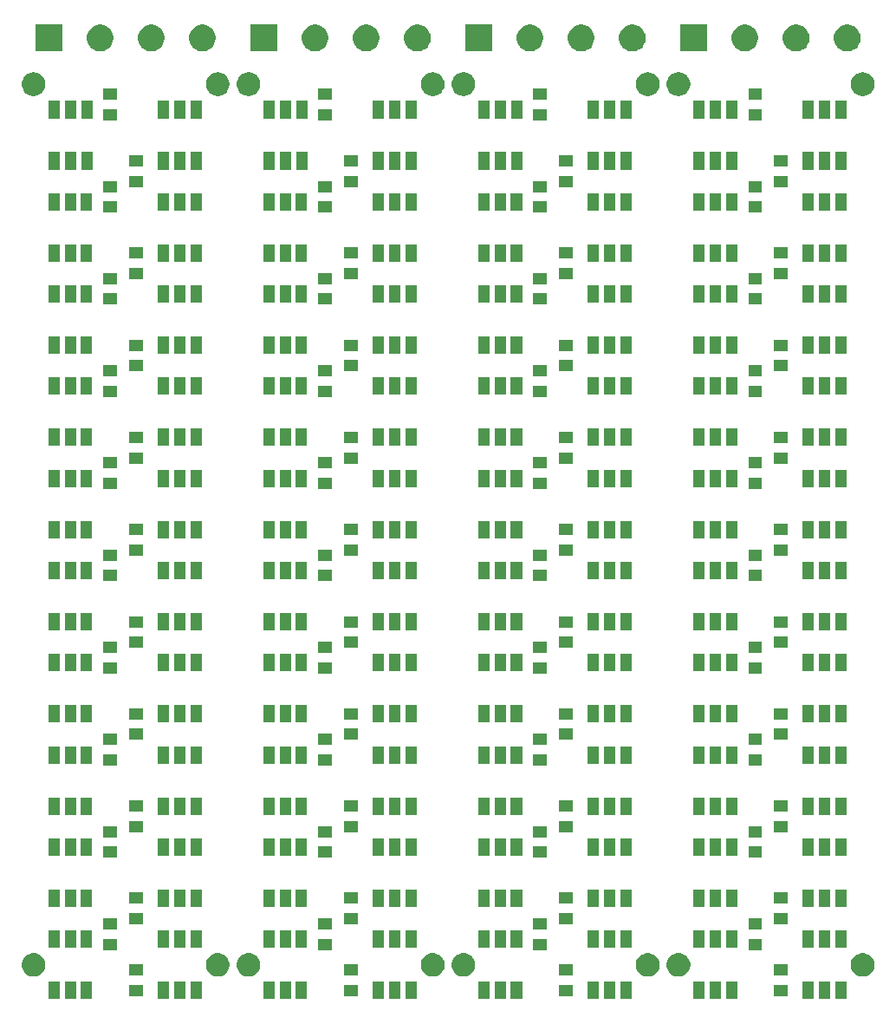
<source format=gbr>
G04 #@! TF.GenerationSoftware,KiCad,Pcbnew,5.1.0*
G04 #@! TF.CreationDate,2019-04-11T23:39:49-05:00*
G04 #@! TF.ProjectId,Strips,53747269-7073-42e6-9b69-6361645f7063,rev?*
G04 #@! TF.SameCoordinates,Original*
G04 #@! TF.FileFunction,Soldermask,Top*
G04 #@! TF.FilePolarity,Negative*
%FSLAX46Y46*%
G04 Gerber Fmt 4.6, Leading zero omitted, Abs format (unit mm)*
G04 Created by KiCad (PCBNEW 5.1.0) date 2019-04-11 23:39:49*
%MOMM*%
%LPD*%
G04 APERTURE LIST*
%ADD10C,0.100000*%
G04 APERTURE END LIST*
D10*
G36*
X147901000Y-143351000D02*
G01*
X146799000Y-143351000D01*
X146799000Y-141649000D01*
X147901000Y-141649000D01*
X147901000Y-143351000D01*
X147901000Y-143351000D01*
G37*
G36*
X186701000Y-143351000D02*
G01*
X185599000Y-143351000D01*
X185599000Y-141649000D01*
X186701000Y-141649000D01*
X186701000Y-143351000D01*
X186701000Y-143351000D01*
G37*
G36*
X137226000Y-143351000D02*
G01*
X136124000Y-143351000D01*
X136124000Y-141649000D01*
X137226000Y-141649000D01*
X137226000Y-143351000D01*
X137226000Y-143351000D01*
G37*
G36*
X135626000Y-143351000D02*
G01*
X134524000Y-143351000D01*
X134524000Y-141649000D01*
X135626000Y-141649000D01*
X135626000Y-143351000D01*
X135626000Y-143351000D01*
G37*
G36*
X134026000Y-143351000D02*
G01*
X132924000Y-143351000D01*
X132924000Y-141649000D01*
X134026000Y-141649000D01*
X134026000Y-143351000D01*
X134026000Y-143351000D01*
G37*
G36*
X165701000Y-143351000D02*
G01*
X164599000Y-143351000D01*
X164599000Y-141649000D01*
X165701000Y-141649000D01*
X165701000Y-143351000D01*
X165701000Y-143351000D01*
G37*
G36*
X167301000Y-143351000D02*
G01*
X166199000Y-143351000D01*
X166199000Y-141649000D01*
X167301000Y-141649000D01*
X167301000Y-143351000D01*
X167301000Y-143351000D01*
G37*
G36*
X168901000Y-143351000D02*
G01*
X167799000Y-143351000D01*
X167799000Y-141649000D01*
X168901000Y-141649000D01*
X168901000Y-143351000D01*
X168901000Y-143351000D01*
G37*
G36*
X155026000Y-143351000D02*
G01*
X153924000Y-143351000D01*
X153924000Y-141649000D01*
X155026000Y-141649000D01*
X155026000Y-143351000D01*
X155026000Y-143351000D01*
G37*
G36*
X156626000Y-143351000D02*
G01*
X155524000Y-143351000D01*
X155524000Y-141649000D01*
X156626000Y-141649000D01*
X156626000Y-143351000D01*
X156626000Y-143351000D01*
G37*
G36*
X158226000Y-143351000D02*
G01*
X157124000Y-143351000D01*
X157124000Y-141649000D01*
X158226000Y-141649000D01*
X158226000Y-143351000D01*
X158226000Y-143351000D01*
G37*
G36*
X207701000Y-143351000D02*
G01*
X206599000Y-143351000D01*
X206599000Y-141649000D01*
X207701000Y-141649000D01*
X207701000Y-143351000D01*
X207701000Y-143351000D01*
G37*
G36*
X209301000Y-143351000D02*
G01*
X208199000Y-143351000D01*
X208199000Y-141649000D01*
X209301000Y-141649000D01*
X209301000Y-143351000D01*
X209301000Y-143351000D01*
G37*
G36*
X189901000Y-143351000D02*
G01*
X188799000Y-143351000D01*
X188799000Y-141649000D01*
X189901000Y-141649000D01*
X189901000Y-143351000D01*
X189901000Y-143351000D01*
G37*
G36*
X146301000Y-143351000D02*
G01*
X145199000Y-143351000D01*
X145199000Y-141649000D01*
X146301000Y-141649000D01*
X146301000Y-143351000D01*
X146301000Y-143351000D01*
G37*
G36*
X144701000Y-143351000D02*
G01*
X143599000Y-143351000D01*
X143599000Y-141649000D01*
X144701000Y-141649000D01*
X144701000Y-143351000D01*
X144701000Y-143351000D01*
G37*
G36*
X210901000Y-143351000D02*
G01*
X209799000Y-143351000D01*
X209799000Y-141649000D01*
X210901000Y-141649000D01*
X210901000Y-143351000D01*
X210901000Y-143351000D01*
G37*
G36*
X179226000Y-143351000D02*
G01*
X178124000Y-143351000D01*
X178124000Y-141649000D01*
X179226000Y-141649000D01*
X179226000Y-143351000D01*
X179226000Y-143351000D01*
G37*
G36*
X177626000Y-143351000D02*
G01*
X176524000Y-143351000D01*
X176524000Y-141649000D01*
X177626000Y-141649000D01*
X177626000Y-143351000D01*
X177626000Y-143351000D01*
G37*
G36*
X176026000Y-143351000D02*
G01*
X174924000Y-143351000D01*
X174924000Y-141649000D01*
X176026000Y-141649000D01*
X176026000Y-143351000D01*
X176026000Y-143351000D01*
G37*
G36*
X197026000Y-143351000D02*
G01*
X195924000Y-143351000D01*
X195924000Y-141649000D01*
X197026000Y-141649000D01*
X197026000Y-143351000D01*
X197026000Y-143351000D01*
G37*
G36*
X198626000Y-143351000D02*
G01*
X197524000Y-143351000D01*
X197524000Y-141649000D01*
X198626000Y-141649000D01*
X198626000Y-143351000D01*
X198626000Y-143351000D01*
G37*
G36*
X200226000Y-143351000D02*
G01*
X199124000Y-143351000D01*
X199124000Y-141649000D01*
X200226000Y-141649000D01*
X200226000Y-143351000D01*
X200226000Y-143351000D01*
G37*
G36*
X188301000Y-143351000D02*
G01*
X187199000Y-143351000D01*
X187199000Y-141649000D01*
X188301000Y-141649000D01*
X188301000Y-143351000D01*
X188301000Y-143351000D01*
G37*
G36*
X142176000Y-143051000D02*
G01*
X140824000Y-143051000D01*
X140824000Y-141949000D01*
X142176000Y-141949000D01*
X142176000Y-143051000D01*
X142176000Y-143051000D01*
G37*
G36*
X205176000Y-143051000D02*
G01*
X203824000Y-143051000D01*
X203824000Y-141949000D01*
X205176000Y-141949000D01*
X205176000Y-143051000D01*
X205176000Y-143051000D01*
G37*
G36*
X184176000Y-143051000D02*
G01*
X182824000Y-143051000D01*
X182824000Y-141949000D01*
X184176000Y-141949000D01*
X184176000Y-143051000D01*
X184176000Y-143051000D01*
G37*
G36*
X163176000Y-143051000D02*
G01*
X161824000Y-143051000D01*
X161824000Y-141949000D01*
X163176000Y-141949000D01*
X163176000Y-143051000D01*
X163176000Y-143051000D01*
G37*
G36*
X170724549Y-138871116D02*
G01*
X170835734Y-138893232D01*
X171045203Y-138979997D01*
X171233720Y-139105960D01*
X171394040Y-139266280D01*
X171520003Y-139454797D01*
X171606768Y-139664266D01*
X171651000Y-139886636D01*
X171651000Y-140113364D01*
X171606768Y-140335734D01*
X171520003Y-140545203D01*
X171394040Y-140733720D01*
X171233720Y-140894040D01*
X171045203Y-141020003D01*
X170835734Y-141106768D01*
X170724549Y-141128884D01*
X170613365Y-141151000D01*
X170386635Y-141151000D01*
X170275451Y-141128884D01*
X170164266Y-141106768D01*
X169954797Y-141020003D01*
X169766280Y-140894040D01*
X169605960Y-140733720D01*
X169479997Y-140545203D01*
X169393232Y-140335734D01*
X169349000Y-140113364D01*
X169349000Y-139886636D01*
X169393232Y-139664266D01*
X169479997Y-139454797D01*
X169605960Y-139266280D01*
X169766280Y-139105960D01*
X169954797Y-138979997D01*
X170164266Y-138893232D01*
X170275451Y-138871116D01*
X170386635Y-138849000D01*
X170613365Y-138849000D01*
X170724549Y-138871116D01*
X170724549Y-138871116D01*
G37*
G36*
X173724549Y-138871116D02*
G01*
X173835734Y-138893232D01*
X174045203Y-138979997D01*
X174233720Y-139105960D01*
X174394040Y-139266280D01*
X174520003Y-139454797D01*
X174606768Y-139664266D01*
X174651000Y-139886636D01*
X174651000Y-140113364D01*
X174606768Y-140335734D01*
X174520003Y-140545203D01*
X174394040Y-140733720D01*
X174233720Y-140894040D01*
X174045203Y-141020003D01*
X173835734Y-141106768D01*
X173724549Y-141128884D01*
X173613365Y-141151000D01*
X173386635Y-141151000D01*
X173275451Y-141128884D01*
X173164266Y-141106768D01*
X172954797Y-141020003D01*
X172766280Y-140894040D01*
X172605960Y-140733720D01*
X172479997Y-140545203D01*
X172393232Y-140335734D01*
X172349000Y-140113364D01*
X172349000Y-139886636D01*
X172393232Y-139664266D01*
X172479997Y-139454797D01*
X172605960Y-139266280D01*
X172766280Y-139105960D01*
X172954797Y-138979997D01*
X173164266Y-138893232D01*
X173275451Y-138871116D01*
X173386635Y-138849000D01*
X173613365Y-138849000D01*
X173724549Y-138871116D01*
X173724549Y-138871116D01*
G37*
G36*
X191724549Y-138871116D02*
G01*
X191835734Y-138893232D01*
X192045203Y-138979997D01*
X192233720Y-139105960D01*
X192394040Y-139266280D01*
X192520003Y-139454797D01*
X192606768Y-139664266D01*
X192651000Y-139886636D01*
X192651000Y-140113364D01*
X192606768Y-140335734D01*
X192520003Y-140545203D01*
X192394040Y-140733720D01*
X192233720Y-140894040D01*
X192045203Y-141020003D01*
X191835734Y-141106768D01*
X191724549Y-141128884D01*
X191613365Y-141151000D01*
X191386635Y-141151000D01*
X191275451Y-141128884D01*
X191164266Y-141106768D01*
X190954797Y-141020003D01*
X190766280Y-140894040D01*
X190605960Y-140733720D01*
X190479997Y-140545203D01*
X190393232Y-140335734D01*
X190349000Y-140113364D01*
X190349000Y-139886636D01*
X190393232Y-139664266D01*
X190479997Y-139454797D01*
X190605960Y-139266280D01*
X190766280Y-139105960D01*
X190954797Y-138979997D01*
X191164266Y-138893232D01*
X191275451Y-138871116D01*
X191386635Y-138849000D01*
X191613365Y-138849000D01*
X191724549Y-138871116D01*
X191724549Y-138871116D01*
G37*
G36*
X212724549Y-138871116D02*
G01*
X212835734Y-138893232D01*
X213045203Y-138979997D01*
X213233720Y-139105960D01*
X213394040Y-139266280D01*
X213520003Y-139454797D01*
X213606768Y-139664266D01*
X213651000Y-139886636D01*
X213651000Y-140113364D01*
X213606768Y-140335734D01*
X213520003Y-140545203D01*
X213394040Y-140733720D01*
X213233720Y-140894040D01*
X213045203Y-141020003D01*
X212835734Y-141106768D01*
X212724549Y-141128884D01*
X212613365Y-141151000D01*
X212386635Y-141151000D01*
X212275451Y-141128884D01*
X212164266Y-141106768D01*
X211954797Y-141020003D01*
X211766280Y-140894040D01*
X211605960Y-140733720D01*
X211479997Y-140545203D01*
X211393232Y-140335734D01*
X211349000Y-140113364D01*
X211349000Y-139886636D01*
X211393232Y-139664266D01*
X211479997Y-139454797D01*
X211605960Y-139266280D01*
X211766280Y-139105960D01*
X211954797Y-138979997D01*
X212164266Y-138893232D01*
X212275451Y-138871116D01*
X212386635Y-138849000D01*
X212613365Y-138849000D01*
X212724549Y-138871116D01*
X212724549Y-138871116D01*
G37*
G36*
X152724549Y-138871116D02*
G01*
X152835734Y-138893232D01*
X153045203Y-138979997D01*
X153233720Y-139105960D01*
X153394040Y-139266280D01*
X153520003Y-139454797D01*
X153606768Y-139664266D01*
X153651000Y-139886636D01*
X153651000Y-140113364D01*
X153606768Y-140335734D01*
X153520003Y-140545203D01*
X153394040Y-140733720D01*
X153233720Y-140894040D01*
X153045203Y-141020003D01*
X152835734Y-141106768D01*
X152724549Y-141128884D01*
X152613365Y-141151000D01*
X152386635Y-141151000D01*
X152275451Y-141128884D01*
X152164266Y-141106768D01*
X151954797Y-141020003D01*
X151766280Y-140894040D01*
X151605960Y-140733720D01*
X151479997Y-140545203D01*
X151393232Y-140335734D01*
X151349000Y-140113364D01*
X151349000Y-139886636D01*
X151393232Y-139664266D01*
X151479997Y-139454797D01*
X151605960Y-139266280D01*
X151766280Y-139105960D01*
X151954797Y-138979997D01*
X152164266Y-138893232D01*
X152275451Y-138871116D01*
X152386635Y-138849000D01*
X152613365Y-138849000D01*
X152724549Y-138871116D01*
X152724549Y-138871116D01*
G37*
G36*
X149724549Y-138871116D02*
G01*
X149835734Y-138893232D01*
X150045203Y-138979997D01*
X150233720Y-139105960D01*
X150394040Y-139266280D01*
X150520003Y-139454797D01*
X150606768Y-139664266D01*
X150651000Y-139886636D01*
X150651000Y-140113364D01*
X150606768Y-140335734D01*
X150520003Y-140545203D01*
X150394040Y-140733720D01*
X150233720Y-140894040D01*
X150045203Y-141020003D01*
X149835734Y-141106768D01*
X149724549Y-141128884D01*
X149613365Y-141151000D01*
X149386635Y-141151000D01*
X149275451Y-141128884D01*
X149164266Y-141106768D01*
X148954797Y-141020003D01*
X148766280Y-140894040D01*
X148605960Y-140733720D01*
X148479997Y-140545203D01*
X148393232Y-140335734D01*
X148349000Y-140113364D01*
X148349000Y-139886636D01*
X148393232Y-139664266D01*
X148479997Y-139454797D01*
X148605960Y-139266280D01*
X148766280Y-139105960D01*
X148954797Y-138979997D01*
X149164266Y-138893232D01*
X149275451Y-138871116D01*
X149386635Y-138849000D01*
X149613365Y-138849000D01*
X149724549Y-138871116D01*
X149724549Y-138871116D01*
G37*
G36*
X131724549Y-138871116D02*
G01*
X131835734Y-138893232D01*
X132045203Y-138979997D01*
X132233720Y-139105960D01*
X132394040Y-139266280D01*
X132520003Y-139454797D01*
X132606768Y-139664266D01*
X132651000Y-139886636D01*
X132651000Y-140113364D01*
X132606768Y-140335734D01*
X132520003Y-140545203D01*
X132394040Y-140733720D01*
X132233720Y-140894040D01*
X132045203Y-141020003D01*
X131835734Y-141106768D01*
X131724549Y-141128884D01*
X131613365Y-141151000D01*
X131386635Y-141151000D01*
X131275451Y-141128884D01*
X131164266Y-141106768D01*
X130954797Y-141020003D01*
X130766280Y-140894040D01*
X130605960Y-140733720D01*
X130479997Y-140545203D01*
X130393232Y-140335734D01*
X130349000Y-140113364D01*
X130349000Y-139886636D01*
X130393232Y-139664266D01*
X130479997Y-139454797D01*
X130605960Y-139266280D01*
X130766280Y-139105960D01*
X130954797Y-138979997D01*
X131164266Y-138893232D01*
X131275451Y-138871116D01*
X131386635Y-138849000D01*
X131613365Y-138849000D01*
X131724549Y-138871116D01*
X131724549Y-138871116D01*
G37*
G36*
X194724549Y-138871116D02*
G01*
X194835734Y-138893232D01*
X195045203Y-138979997D01*
X195233720Y-139105960D01*
X195394040Y-139266280D01*
X195520003Y-139454797D01*
X195606768Y-139664266D01*
X195651000Y-139886636D01*
X195651000Y-140113364D01*
X195606768Y-140335734D01*
X195520003Y-140545203D01*
X195394040Y-140733720D01*
X195233720Y-140894040D01*
X195045203Y-141020003D01*
X194835734Y-141106768D01*
X194724549Y-141128884D01*
X194613365Y-141151000D01*
X194386635Y-141151000D01*
X194275451Y-141128884D01*
X194164266Y-141106768D01*
X193954797Y-141020003D01*
X193766280Y-140894040D01*
X193605960Y-140733720D01*
X193479997Y-140545203D01*
X193393232Y-140335734D01*
X193349000Y-140113364D01*
X193349000Y-139886636D01*
X193393232Y-139664266D01*
X193479997Y-139454797D01*
X193605960Y-139266280D01*
X193766280Y-139105960D01*
X193954797Y-138979997D01*
X194164266Y-138893232D01*
X194275451Y-138871116D01*
X194386635Y-138849000D01*
X194613365Y-138849000D01*
X194724549Y-138871116D01*
X194724549Y-138871116D01*
G37*
G36*
X163176000Y-141051000D02*
G01*
X161824000Y-141051000D01*
X161824000Y-139949000D01*
X163176000Y-139949000D01*
X163176000Y-141051000D01*
X163176000Y-141051000D01*
G37*
G36*
X184176000Y-141051000D02*
G01*
X182824000Y-141051000D01*
X182824000Y-139949000D01*
X184176000Y-139949000D01*
X184176000Y-141051000D01*
X184176000Y-141051000D01*
G37*
G36*
X142176000Y-141051000D02*
G01*
X140824000Y-141051000D01*
X140824000Y-139949000D01*
X142176000Y-139949000D01*
X142176000Y-141051000D01*
X142176000Y-141051000D01*
G37*
G36*
X205176000Y-141051000D02*
G01*
X203824000Y-141051000D01*
X203824000Y-139949000D01*
X205176000Y-139949000D01*
X205176000Y-141051000D01*
X205176000Y-141051000D01*
G37*
G36*
X139676000Y-138551000D02*
G01*
X138324000Y-138551000D01*
X138324000Y-137449000D01*
X139676000Y-137449000D01*
X139676000Y-138551000D01*
X139676000Y-138551000D01*
G37*
G36*
X202676000Y-138551000D02*
G01*
X201324000Y-138551000D01*
X201324000Y-137449000D01*
X202676000Y-137449000D01*
X202676000Y-138551000D01*
X202676000Y-138551000D01*
G37*
G36*
X181676000Y-138551000D02*
G01*
X180324000Y-138551000D01*
X180324000Y-137449000D01*
X181676000Y-137449000D01*
X181676000Y-138551000D01*
X181676000Y-138551000D01*
G37*
G36*
X160676000Y-138551000D02*
G01*
X159324000Y-138551000D01*
X159324000Y-137449000D01*
X160676000Y-137449000D01*
X160676000Y-138551000D01*
X160676000Y-138551000D01*
G37*
G36*
X198626000Y-138351000D02*
G01*
X197524000Y-138351000D01*
X197524000Y-136649000D01*
X198626000Y-136649000D01*
X198626000Y-138351000D01*
X198626000Y-138351000D01*
G37*
G36*
X200226000Y-138351000D02*
G01*
X199124000Y-138351000D01*
X199124000Y-136649000D01*
X200226000Y-136649000D01*
X200226000Y-138351000D01*
X200226000Y-138351000D01*
G37*
G36*
X168901000Y-138351000D02*
G01*
X167799000Y-138351000D01*
X167799000Y-136649000D01*
X168901000Y-136649000D01*
X168901000Y-138351000D01*
X168901000Y-138351000D01*
G37*
G36*
X188301000Y-138351000D02*
G01*
X187199000Y-138351000D01*
X187199000Y-136649000D01*
X188301000Y-136649000D01*
X188301000Y-138351000D01*
X188301000Y-138351000D01*
G37*
G36*
X186701000Y-138351000D02*
G01*
X185599000Y-138351000D01*
X185599000Y-136649000D01*
X186701000Y-136649000D01*
X186701000Y-138351000D01*
X186701000Y-138351000D01*
G37*
G36*
X207701000Y-138351000D02*
G01*
X206599000Y-138351000D01*
X206599000Y-136649000D01*
X207701000Y-136649000D01*
X207701000Y-138351000D01*
X207701000Y-138351000D01*
G37*
G36*
X209301000Y-138351000D02*
G01*
X208199000Y-138351000D01*
X208199000Y-136649000D01*
X209301000Y-136649000D01*
X209301000Y-138351000D01*
X209301000Y-138351000D01*
G37*
G36*
X210901000Y-138351000D02*
G01*
X209799000Y-138351000D01*
X209799000Y-136649000D01*
X210901000Y-136649000D01*
X210901000Y-138351000D01*
X210901000Y-138351000D01*
G37*
G36*
X158226000Y-138351000D02*
G01*
X157124000Y-138351000D01*
X157124000Y-136649000D01*
X158226000Y-136649000D01*
X158226000Y-138351000D01*
X158226000Y-138351000D01*
G37*
G36*
X156626000Y-138351000D02*
G01*
X155524000Y-138351000D01*
X155524000Y-136649000D01*
X156626000Y-136649000D01*
X156626000Y-138351000D01*
X156626000Y-138351000D01*
G37*
G36*
X155026000Y-138351000D02*
G01*
X153924000Y-138351000D01*
X153924000Y-136649000D01*
X155026000Y-136649000D01*
X155026000Y-138351000D01*
X155026000Y-138351000D01*
G37*
G36*
X167301000Y-138351000D02*
G01*
X166199000Y-138351000D01*
X166199000Y-136649000D01*
X167301000Y-136649000D01*
X167301000Y-138351000D01*
X167301000Y-138351000D01*
G37*
G36*
X176026000Y-138351000D02*
G01*
X174924000Y-138351000D01*
X174924000Y-136649000D01*
X176026000Y-136649000D01*
X176026000Y-138351000D01*
X176026000Y-138351000D01*
G37*
G36*
X197026000Y-138351000D02*
G01*
X195924000Y-138351000D01*
X195924000Y-136649000D01*
X197026000Y-136649000D01*
X197026000Y-138351000D01*
X197026000Y-138351000D01*
G37*
G36*
X137226000Y-138351000D02*
G01*
X136124000Y-138351000D01*
X136124000Y-136649000D01*
X137226000Y-136649000D01*
X137226000Y-138351000D01*
X137226000Y-138351000D01*
G37*
G36*
X147901000Y-138351000D02*
G01*
X146799000Y-138351000D01*
X146799000Y-136649000D01*
X147901000Y-136649000D01*
X147901000Y-138351000D01*
X147901000Y-138351000D01*
G37*
G36*
X165701000Y-138351000D02*
G01*
X164599000Y-138351000D01*
X164599000Y-136649000D01*
X165701000Y-136649000D01*
X165701000Y-138351000D01*
X165701000Y-138351000D01*
G37*
G36*
X135626000Y-138351000D02*
G01*
X134524000Y-138351000D01*
X134524000Y-136649000D01*
X135626000Y-136649000D01*
X135626000Y-138351000D01*
X135626000Y-138351000D01*
G37*
G36*
X134026000Y-138351000D02*
G01*
X132924000Y-138351000D01*
X132924000Y-136649000D01*
X134026000Y-136649000D01*
X134026000Y-138351000D01*
X134026000Y-138351000D01*
G37*
G36*
X189901000Y-138351000D02*
G01*
X188799000Y-138351000D01*
X188799000Y-136649000D01*
X189901000Y-136649000D01*
X189901000Y-138351000D01*
X189901000Y-138351000D01*
G37*
G36*
X146301000Y-138351000D02*
G01*
X145199000Y-138351000D01*
X145199000Y-136649000D01*
X146301000Y-136649000D01*
X146301000Y-138351000D01*
X146301000Y-138351000D01*
G37*
G36*
X144701000Y-138351000D02*
G01*
X143599000Y-138351000D01*
X143599000Y-136649000D01*
X144701000Y-136649000D01*
X144701000Y-138351000D01*
X144701000Y-138351000D01*
G37*
G36*
X179226000Y-138351000D02*
G01*
X178124000Y-138351000D01*
X178124000Y-136649000D01*
X179226000Y-136649000D01*
X179226000Y-138351000D01*
X179226000Y-138351000D01*
G37*
G36*
X177626000Y-138351000D02*
G01*
X176524000Y-138351000D01*
X176524000Y-136649000D01*
X177626000Y-136649000D01*
X177626000Y-138351000D01*
X177626000Y-138351000D01*
G37*
G36*
X139676000Y-136551000D02*
G01*
X138324000Y-136551000D01*
X138324000Y-135449000D01*
X139676000Y-135449000D01*
X139676000Y-136551000D01*
X139676000Y-136551000D01*
G37*
G36*
X202676000Y-136551000D02*
G01*
X201324000Y-136551000D01*
X201324000Y-135449000D01*
X202676000Y-135449000D01*
X202676000Y-136551000D01*
X202676000Y-136551000D01*
G37*
G36*
X181676000Y-136551000D02*
G01*
X180324000Y-136551000D01*
X180324000Y-135449000D01*
X181676000Y-135449000D01*
X181676000Y-136551000D01*
X181676000Y-136551000D01*
G37*
G36*
X160676000Y-136551000D02*
G01*
X159324000Y-136551000D01*
X159324000Y-135449000D01*
X160676000Y-135449000D01*
X160676000Y-136551000D01*
X160676000Y-136551000D01*
G37*
G36*
X184176000Y-136051000D02*
G01*
X182824000Y-136051000D01*
X182824000Y-134949000D01*
X184176000Y-134949000D01*
X184176000Y-136051000D01*
X184176000Y-136051000D01*
G37*
G36*
X205176000Y-136051000D02*
G01*
X203824000Y-136051000D01*
X203824000Y-134949000D01*
X205176000Y-134949000D01*
X205176000Y-136051000D01*
X205176000Y-136051000D01*
G37*
G36*
X142176000Y-136051000D02*
G01*
X140824000Y-136051000D01*
X140824000Y-134949000D01*
X142176000Y-134949000D01*
X142176000Y-136051000D01*
X142176000Y-136051000D01*
G37*
G36*
X163176000Y-136051000D02*
G01*
X161824000Y-136051000D01*
X161824000Y-134949000D01*
X163176000Y-134949000D01*
X163176000Y-136051000D01*
X163176000Y-136051000D01*
G37*
G36*
X167301000Y-134351000D02*
G01*
X166199000Y-134351000D01*
X166199000Y-132649000D01*
X167301000Y-132649000D01*
X167301000Y-134351000D01*
X167301000Y-134351000D01*
G37*
G36*
X207701000Y-134351000D02*
G01*
X206599000Y-134351000D01*
X206599000Y-132649000D01*
X207701000Y-132649000D01*
X207701000Y-134351000D01*
X207701000Y-134351000D01*
G37*
G36*
X209301000Y-134351000D02*
G01*
X208199000Y-134351000D01*
X208199000Y-132649000D01*
X209301000Y-132649000D01*
X209301000Y-134351000D01*
X209301000Y-134351000D01*
G37*
G36*
X210901000Y-134351000D02*
G01*
X209799000Y-134351000D01*
X209799000Y-132649000D01*
X210901000Y-132649000D01*
X210901000Y-134351000D01*
X210901000Y-134351000D01*
G37*
G36*
X200226000Y-134351000D02*
G01*
X199124000Y-134351000D01*
X199124000Y-132649000D01*
X200226000Y-132649000D01*
X200226000Y-134351000D01*
X200226000Y-134351000D01*
G37*
G36*
X179226000Y-134351000D02*
G01*
X178124000Y-134351000D01*
X178124000Y-132649000D01*
X179226000Y-132649000D01*
X179226000Y-134351000D01*
X179226000Y-134351000D01*
G37*
G36*
X177626000Y-134351000D02*
G01*
X176524000Y-134351000D01*
X176524000Y-132649000D01*
X177626000Y-132649000D01*
X177626000Y-134351000D01*
X177626000Y-134351000D01*
G37*
G36*
X176026000Y-134351000D02*
G01*
X174924000Y-134351000D01*
X174924000Y-132649000D01*
X176026000Y-132649000D01*
X176026000Y-134351000D01*
X176026000Y-134351000D01*
G37*
G36*
X168901000Y-134351000D02*
G01*
X167799000Y-134351000D01*
X167799000Y-132649000D01*
X168901000Y-132649000D01*
X168901000Y-134351000D01*
X168901000Y-134351000D01*
G37*
G36*
X137226000Y-134351000D02*
G01*
X136124000Y-134351000D01*
X136124000Y-132649000D01*
X137226000Y-132649000D01*
X137226000Y-134351000D01*
X137226000Y-134351000D01*
G37*
G36*
X134026000Y-134351000D02*
G01*
X132924000Y-134351000D01*
X132924000Y-132649000D01*
X134026000Y-132649000D01*
X134026000Y-134351000D01*
X134026000Y-134351000D01*
G37*
G36*
X144701000Y-134351000D02*
G01*
X143599000Y-134351000D01*
X143599000Y-132649000D01*
X144701000Y-132649000D01*
X144701000Y-134351000D01*
X144701000Y-134351000D01*
G37*
G36*
X156626000Y-134351000D02*
G01*
X155524000Y-134351000D01*
X155524000Y-132649000D01*
X156626000Y-132649000D01*
X156626000Y-134351000D01*
X156626000Y-134351000D01*
G37*
G36*
X165701000Y-134351000D02*
G01*
X164599000Y-134351000D01*
X164599000Y-132649000D01*
X165701000Y-132649000D01*
X165701000Y-134351000D01*
X165701000Y-134351000D01*
G37*
G36*
X197026000Y-134351000D02*
G01*
X195924000Y-134351000D01*
X195924000Y-132649000D01*
X197026000Y-132649000D01*
X197026000Y-134351000D01*
X197026000Y-134351000D01*
G37*
G36*
X189901000Y-134351000D02*
G01*
X188799000Y-134351000D01*
X188799000Y-132649000D01*
X189901000Y-132649000D01*
X189901000Y-134351000D01*
X189901000Y-134351000D01*
G37*
G36*
X198626000Y-134351000D02*
G01*
X197524000Y-134351000D01*
X197524000Y-132649000D01*
X198626000Y-132649000D01*
X198626000Y-134351000D01*
X198626000Y-134351000D01*
G37*
G36*
X188301000Y-134351000D02*
G01*
X187199000Y-134351000D01*
X187199000Y-132649000D01*
X188301000Y-132649000D01*
X188301000Y-134351000D01*
X188301000Y-134351000D01*
G37*
G36*
X186701000Y-134351000D02*
G01*
X185599000Y-134351000D01*
X185599000Y-132649000D01*
X186701000Y-132649000D01*
X186701000Y-134351000D01*
X186701000Y-134351000D01*
G37*
G36*
X147901000Y-134351000D02*
G01*
X146799000Y-134351000D01*
X146799000Y-132649000D01*
X147901000Y-132649000D01*
X147901000Y-134351000D01*
X147901000Y-134351000D01*
G37*
G36*
X155026000Y-134351000D02*
G01*
X153924000Y-134351000D01*
X153924000Y-132649000D01*
X155026000Y-132649000D01*
X155026000Y-134351000D01*
X155026000Y-134351000D01*
G37*
G36*
X146301000Y-134351000D02*
G01*
X145199000Y-134351000D01*
X145199000Y-132649000D01*
X146301000Y-132649000D01*
X146301000Y-134351000D01*
X146301000Y-134351000D01*
G37*
G36*
X135626000Y-134351000D02*
G01*
X134524000Y-134351000D01*
X134524000Y-132649000D01*
X135626000Y-132649000D01*
X135626000Y-134351000D01*
X135626000Y-134351000D01*
G37*
G36*
X158226000Y-134351000D02*
G01*
X157124000Y-134351000D01*
X157124000Y-132649000D01*
X158226000Y-132649000D01*
X158226000Y-134351000D01*
X158226000Y-134351000D01*
G37*
G36*
X142176000Y-134051000D02*
G01*
X140824000Y-134051000D01*
X140824000Y-132949000D01*
X142176000Y-132949000D01*
X142176000Y-134051000D01*
X142176000Y-134051000D01*
G37*
G36*
X205176000Y-134051000D02*
G01*
X203824000Y-134051000D01*
X203824000Y-132949000D01*
X205176000Y-132949000D01*
X205176000Y-134051000D01*
X205176000Y-134051000D01*
G37*
G36*
X184176000Y-134051000D02*
G01*
X182824000Y-134051000D01*
X182824000Y-132949000D01*
X184176000Y-132949000D01*
X184176000Y-134051000D01*
X184176000Y-134051000D01*
G37*
G36*
X163176000Y-134051000D02*
G01*
X161824000Y-134051000D01*
X161824000Y-132949000D01*
X163176000Y-132949000D01*
X163176000Y-134051000D01*
X163176000Y-134051000D01*
G37*
G36*
X181676000Y-129551000D02*
G01*
X180324000Y-129551000D01*
X180324000Y-128449000D01*
X181676000Y-128449000D01*
X181676000Y-129551000D01*
X181676000Y-129551000D01*
G37*
G36*
X202676000Y-129551000D02*
G01*
X201324000Y-129551000D01*
X201324000Y-128449000D01*
X202676000Y-128449000D01*
X202676000Y-129551000D01*
X202676000Y-129551000D01*
G37*
G36*
X160676000Y-129551000D02*
G01*
X159324000Y-129551000D01*
X159324000Y-128449000D01*
X160676000Y-128449000D01*
X160676000Y-129551000D01*
X160676000Y-129551000D01*
G37*
G36*
X139676000Y-129551000D02*
G01*
X138324000Y-129551000D01*
X138324000Y-128449000D01*
X139676000Y-128449000D01*
X139676000Y-129551000D01*
X139676000Y-129551000D01*
G37*
G36*
X209301000Y-129351000D02*
G01*
X208199000Y-129351000D01*
X208199000Y-127649000D01*
X209301000Y-127649000D01*
X209301000Y-129351000D01*
X209301000Y-129351000D01*
G37*
G36*
X135626000Y-129351000D02*
G01*
X134524000Y-129351000D01*
X134524000Y-127649000D01*
X135626000Y-127649000D01*
X135626000Y-129351000D01*
X135626000Y-129351000D01*
G37*
G36*
X134026000Y-129351000D02*
G01*
X132924000Y-129351000D01*
X132924000Y-127649000D01*
X134026000Y-127649000D01*
X134026000Y-129351000D01*
X134026000Y-129351000D01*
G37*
G36*
X137226000Y-129351000D02*
G01*
X136124000Y-129351000D01*
X136124000Y-127649000D01*
X137226000Y-127649000D01*
X137226000Y-129351000D01*
X137226000Y-129351000D01*
G37*
G36*
X167301000Y-129351000D02*
G01*
X166199000Y-129351000D01*
X166199000Y-127649000D01*
X167301000Y-127649000D01*
X167301000Y-129351000D01*
X167301000Y-129351000D01*
G37*
G36*
X165701000Y-129351000D02*
G01*
X164599000Y-129351000D01*
X164599000Y-127649000D01*
X165701000Y-127649000D01*
X165701000Y-129351000D01*
X165701000Y-129351000D01*
G37*
G36*
X155026000Y-129351000D02*
G01*
X153924000Y-129351000D01*
X153924000Y-127649000D01*
X155026000Y-127649000D01*
X155026000Y-129351000D01*
X155026000Y-129351000D01*
G37*
G36*
X156626000Y-129351000D02*
G01*
X155524000Y-129351000D01*
X155524000Y-127649000D01*
X156626000Y-127649000D01*
X156626000Y-129351000D01*
X156626000Y-129351000D01*
G37*
G36*
X158226000Y-129351000D02*
G01*
X157124000Y-129351000D01*
X157124000Y-127649000D01*
X158226000Y-127649000D01*
X158226000Y-129351000D01*
X158226000Y-129351000D01*
G37*
G36*
X144701000Y-129351000D02*
G01*
X143599000Y-129351000D01*
X143599000Y-127649000D01*
X144701000Y-127649000D01*
X144701000Y-129351000D01*
X144701000Y-129351000D01*
G37*
G36*
X146301000Y-129351000D02*
G01*
X145199000Y-129351000D01*
X145199000Y-127649000D01*
X146301000Y-127649000D01*
X146301000Y-129351000D01*
X146301000Y-129351000D01*
G37*
G36*
X147901000Y-129351000D02*
G01*
X146799000Y-129351000D01*
X146799000Y-127649000D01*
X147901000Y-127649000D01*
X147901000Y-129351000D01*
X147901000Y-129351000D01*
G37*
G36*
X168901000Y-129351000D02*
G01*
X167799000Y-129351000D01*
X167799000Y-127649000D01*
X168901000Y-127649000D01*
X168901000Y-129351000D01*
X168901000Y-129351000D01*
G37*
G36*
X188301000Y-129351000D02*
G01*
X187199000Y-129351000D01*
X187199000Y-127649000D01*
X188301000Y-127649000D01*
X188301000Y-129351000D01*
X188301000Y-129351000D01*
G37*
G36*
X197026000Y-129351000D02*
G01*
X195924000Y-129351000D01*
X195924000Y-127649000D01*
X197026000Y-127649000D01*
X197026000Y-129351000D01*
X197026000Y-129351000D01*
G37*
G36*
X177626000Y-129351000D02*
G01*
X176524000Y-129351000D01*
X176524000Y-127649000D01*
X177626000Y-127649000D01*
X177626000Y-129351000D01*
X177626000Y-129351000D01*
G37*
G36*
X189901000Y-129351000D02*
G01*
X188799000Y-129351000D01*
X188799000Y-127649000D01*
X189901000Y-127649000D01*
X189901000Y-129351000D01*
X189901000Y-129351000D01*
G37*
G36*
X210901000Y-129351000D02*
G01*
X209799000Y-129351000D01*
X209799000Y-127649000D01*
X210901000Y-127649000D01*
X210901000Y-129351000D01*
X210901000Y-129351000D01*
G37*
G36*
X207701000Y-129351000D02*
G01*
X206599000Y-129351000D01*
X206599000Y-127649000D01*
X207701000Y-127649000D01*
X207701000Y-129351000D01*
X207701000Y-129351000D01*
G37*
G36*
X198626000Y-129351000D02*
G01*
X197524000Y-129351000D01*
X197524000Y-127649000D01*
X198626000Y-127649000D01*
X198626000Y-129351000D01*
X198626000Y-129351000D01*
G37*
G36*
X200226000Y-129351000D02*
G01*
X199124000Y-129351000D01*
X199124000Y-127649000D01*
X200226000Y-127649000D01*
X200226000Y-129351000D01*
X200226000Y-129351000D01*
G37*
G36*
X186701000Y-129351000D02*
G01*
X185599000Y-129351000D01*
X185599000Y-127649000D01*
X186701000Y-127649000D01*
X186701000Y-129351000D01*
X186701000Y-129351000D01*
G37*
G36*
X176026000Y-129351000D02*
G01*
X174924000Y-129351000D01*
X174924000Y-127649000D01*
X176026000Y-127649000D01*
X176026000Y-129351000D01*
X176026000Y-129351000D01*
G37*
G36*
X179226000Y-129351000D02*
G01*
X178124000Y-129351000D01*
X178124000Y-127649000D01*
X179226000Y-127649000D01*
X179226000Y-129351000D01*
X179226000Y-129351000D01*
G37*
G36*
X139676000Y-127551000D02*
G01*
X138324000Y-127551000D01*
X138324000Y-126449000D01*
X139676000Y-126449000D01*
X139676000Y-127551000D01*
X139676000Y-127551000D01*
G37*
G36*
X160676000Y-127551000D02*
G01*
X159324000Y-127551000D01*
X159324000Y-126449000D01*
X160676000Y-126449000D01*
X160676000Y-127551000D01*
X160676000Y-127551000D01*
G37*
G36*
X202676000Y-127551000D02*
G01*
X201324000Y-127551000D01*
X201324000Y-126449000D01*
X202676000Y-126449000D01*
X202676000Y-127551000D01*
X202676000Y-127551000D01*
G37*
G36*
X181676000Y-127551000D02*
G01*
X180324000Y-127551000D01*
X180324000Y-126449000D01*
X181676000Y-126449000D01*
X181676000Y-127551000D01*
X181676000Y-127551000D01*
G37*
G36*
X205176000Y-127051000D02*
G01*
X203824000Y-127051000D01*
X203824000Y-125949000D01*
X205176000Y-125949000D01*
X205176000Y-127051000D01*
X205176000Y-127051000D01*
G37*
G36*
X184176000Y-127051000D02*
G01*
X182824000Y-127051000D01*
X182824000Y-125949000D01*
X184176000Y-125949000D01*
X184176000Y-127051000D01*
X184176000Y-127051000D01*
G37*
G36*
X142176000Y-127051000D02*
G01*
X140824000Y-127051000D01*
X140824000Y-125949000D01*
X142176000Y-125949000D01*
X142176000Y-127051000D01*
X142176000Y-127051000D01*
G37*
G36*
X163176000Y-127051000D02*
G01*
X161824000Y-127051000D01*
X161824000Y-125949000D01*
X163176000Y-125949000D01*
X163176000Y-127051000D01*
X163176000Y-127051000D01*
G37*
G36*
X189901000Y-125351000D02*
G01*
X188799000Y-125351000D01*
X188799000Y-123649000D01*
X189901000Y-123649000D01*
X189901000Y-125351000D01*
X189901000Y-125351000D01*
G37*
G36*
X188301000Y-125351000D02*
G01*
X187199000Y-125351000D01*
X187199000Y-123649000D01*
X188301000Y-123649000D01*
X188301000Y-125351000D01*
X188301000Y-125351000D01*
G37*
G36*
X186701000Y-125351000D02*
G01*
X185599000Y-125351000D01*
X185599000Y-123649000D01*
X186701000Y-123649000D01*
X186701000Y-125351000D01*
X186701000Y-125351000D01*
G37*
G36*
X176026000Y-125351000D02*
G01*
X174924000Y-125351000D01*
X174924000Y-123649000D01*
X176026000Y-123649000D01*
X176026000Y-125351000D01*
X176026000Y-125351000D01*
G37*
G36*
X167301000Y-125351000D02*
G01*
X166199000Y-125351000D01*
X166199000Y-123649000D01*
X167301000Y-123649000D01*
X167301000Y-125351000D01*
X167301000Y-125351000D01*
G37*
G36*
X165701000Y-125351000D02*
G01*
X164599000Y-125351000D01*
X164599000Y-123649000D01*
X165701000Y-123649000D01*
X165701000Y-125351000D01*
X165701000Y-125351000D01*
G37*
G36*
X158226000Y-125351000D02*
G01*
X157124000Y-125351000D01*
X157124000Y-123649000D01*
X158226000Y-123649000D01*
X158226000Y-125351000D01*
X158226000Y-125351000D01*
G37*
G36*
X156626000Y-125351000D02*
G01*
X155524000Y-125351000D01*
X155524000Y-123649000D01*
X156626000Y-123649000D01*
X156626000Y-125351000D01*
X156626000Y-125351000D01*
G37*
G36*
X155026000Y-125351000D02*
G01*
X153924000Y-125351000D01*
X153924000Y-123649000D01*
X155026000Y-123649000D01*
X155026000Y-125351000D01*
X155026000Y-125351000D01*
G37*
G36*
X144701000Y-125351000D02*
G01*
X143599000Y-125351000D01*
X143599000Y-123649000D01*
X144701000Y-123649000D01*
X144701000Y-125351000D01*
X144701000Y-125351000D01*
G37*
G36*
X137226000Y-125351000D02*
G01*
X136124000Y-125351000D01*
X136124000Y-123649000D01*
X137226000Y-123649000D01*
X137226000Y-125351000D01*
X137226000Y-125351000D01*
G37*
G36*
X135626000Y-125351000D02*
G01*
X134524000Y-125351000D01*
X134524000Y-123649000D01*
X135626000Y-123649000D01*
X135626000Y-125351000D01*
X135626000Y-125351000D01*
G37*
G36*
X146301000Y-125351000D02*
G01*
X145199000Y-125351000D01*
X145199000Y-123649000D01*
X146301000Y-123649000D01*
X146301000Y-125351000D01*
X146301000Y-125351000D01*
G37*
G36*
X134026000Y-125351000D02*
G01*
X132924000Y-125351000D01*
X132924000Y-123649000D01*
X134026000Y-123649000D01*
X134026000Y-125351000D01*
X134026000Y-125351000D01*
G37*
G36*
X207701000Y-125351000D02*
G01*
X206599000Y-125351000D01*
X206599000Y-123649000D01*
X207701000Y-123649000D01*
X207701000Y-125351000D01*
X207701000Y-125351000D01*
G37*
G36*
X168901000Y-125351000D02*
G01*
X167799000Y-125351000D01*
X167799000Y-123649000D01*
X168901000Y-123649000D01*
X168901000Y-125351000D01*
X168901000Y-125351000D01*
G37*
G36*
X210901000Y-125351000D02*
G01*
X209799000Y-125351000D01*
X209799000Y-123649000D01*
X210901000Y-123649000D01*
X210901000Y-125351000D01*
X210901000Y-125351000D01*
G37*
G36*
X209301000Y-125351000D02*
G01*
X208199000Y-125351000D01*
X208199000Y-123649000D01*
X209301000Y-123649000D01*
X209301000Y-125351000D01*
X209301000Y-125351000D01*
G37*
G36*
X198626000Y-125351000D02*
G01*
X197524000Y-125351000D01*
X197524000Y-123649000D01*
X198626000Y-123649000D01*
X198626000Y-125351000D01*
X198626000Y-125351000D01*
G37*
G36*
X179226000Y-125351000D02*
G01*
X178124000Y-125351000D01*
X178124000Y-123649000D01*
X179226000Y-123649000D01*
X179226000Y-125351000D01*
X179226000Y-125351000D01*
G37*
G36*
X197026000Y-125351000D02*
G01*
X195924000Y-125351000D01*
X195924000Y-123649000D01*
X197026000Y-123649000D01*
X197026000Y-125351000D01*
X197026000Y-125351000D01*
G37*
G36*
X177626000Y-125351000D02*
G01*
X176524000Y-125351000D01*
X176524000Y-123649000D01*
X177626000Y-123649000D01*
X177626000Y-125351000D01*
X177626000Y-125351000D01*
G37*
G36*
X200226000Y-125351000D02*
G01*
X199124000Y-125351000D01*
X199124000Y-123649000D01*
X200226000Y-123649000D01*
X200226000Y-125351000D01*
X200226000Y-125351000D01*
G37*
G36*
X147901000Y-125351000D02*
G01*
X146799000Y-125351000D01*
X146799000Y-123649000D01*
X147901000Y-123649000D01*
X147901000Y-125351000D01*
X147901000Y-125351000D01*
G37*
G36*
X184176000Y-125051000D02*
G01*
X182824000Y-125051000D01*
X182824000Y-123949000D01*
X184176000Y-123949000D01*
X184176000Y-125051000D01*
X184176000Y-125051000D01*
G37*
G36*
X163176000Y-125051000D02*
G01*
X161824000Y-125051000D01*
X161824000Y-123949000D01*
X163176000Y-123949000D01*
X163176000Y-125051000D01*
X163176000Y-125051000D01*
G37*
G36*
X142176000Y-125051000D02*
G01*
X140824000Y-125051000D01*
X140824000Y-123949000D01*
X142176000Y-123949000D01*
X142176000Y-125051000D01*
X142176000Y-125051000D01*
G37*
G36*
X205176000Y-125051000D02*
G01*
X203824000Y-125051000D01*
X203824000Y-123949000D01*
X205176000Y-123949000D01*
X205176000Y-125051000D01*
X205176000Y-125051000D01*
G37*
G36*
X202676000Y-120551000D02*
G01*
X201324000Y-120551000D01*
X201324000Y-119449000D01*
X202676000Y-119449000D01*
X202676000Y-120551000D01*
X202676000Y-120551000D01*
G37*
G36*
X160676000Y-120551000D02*
G01*
X159324000Y-120551000D01*
X159324000Y-119449000D01*
X160676000Y-119449000D01*
X160676000Y-120551000D01*
X160676000Y-120551000D01*
G37*
G36*
X181676000Y-120551000D02*
G01*
X180324000Y-120551000D01*
X180324000Y-119449000D01*
X181676000Y-119449000D01*
X181676000Y-120551000D01*
X181676000Y-120551000D01*
G37*
G36*
X139676000Y-120551000D02*
G01*
X138324000Y-120551000D01*
X138324000Y-119449000D01*
X139676000Y-119449000D01*
X139676000Y-120551000D01*
X139676000Y-120551000D01*
G37*
G36*
X179226000Y-120351000D02*
G01*
X178124000Y-120351000D01*
X178124000Y-118649000D01*
X179226000Y-118649000D01*
X179226000Y-120351000D01*
X179226000Y-120351000D01*
G37*
G36*
X197026000Y-120351000D02*
G01*
X195924000Y-120351000D01*
X195924000Y-118649000D01*
X197026000Y-118649000D01*
X197026000Y-120351000D01*
X197026000Y-120351000D01*
G37*
G36*
X200226000Y-120351000D02*
G01*
X199124000Y-120351000D01*
X199124000Y-118649000D01*
X200226000Y-118649000D01*
X200226000Y-120351000D01*
X200226000Y-120351000D01*
G37*
G36*
X165701000Y-120351000D02*
G01*
X164599000Y-120351000D01*
X164599000Y-118649000D01*
X165701000Y-118649000D01*
X165701000Y-120351000D01*
X165701000Y-120351000D01*
G37*
G36*
X167301000Y-120351000D02*
G01*
X166199000Y-120351000D01*
X166199000Y-118649000D01*
X167301000Y-118649000D01*
X167301000Y-120351000D01*
X167301000Y-120351000D01*
G37*
G36*
X168901000Y-120351000D02*
G01*
X167799000Y-120351000D01*
X167799000Y-118649000D01*
X168901000Y-118649000D01*
X168901000Y-120351000D01*
X168901000Y-120351000D01*
G37*
G36*
X158226000Y-120351000D02*
G01*
X157124000Y-120351000D01*
X157124000Y-118649000D01*
X158226000Y-118649000D01*
X158226000Y-120351000D01*
X158226000Y-120351000D01*
G37*
G36*
X198626000Y-120351000D02*
G01*
X197524000Y-120351000D01*
X197524000Y-118649000D01*
X198626000Y-118649000D01*
X198626000Y-120351000D01*
X198626000Y-120351000D01*
G37*
G36*
X134026000Y-120351000D02*
G01*
X132924000Y-120351000D01*
X132924000Y-118649000D01*
X134026000Y-118649000D01*
X134026000Y-120351000D01*
X134026000Y-120351000D01*
G37*
G36*
X135626000Y-120351000D02*
G01*
X134524000Y-120351000D01*
X134524000Y-118649000D01*
X135626000Y-118649000D01*
X135626000Y-120351000D01*
X135626000Y-120351000D01*
G37*
G36*
X137226000Y-120351000D02*
G01*
X136124000Y-120351000D01*
X136124000Y-118649000D01*
X137226000Y-118649000D01*
X137226000Y-120351000D01*
X137226000Y-120351000D01*
G37*
G36*
X156626000Y-120351000D02*
G01*
X155524000Y-120351000D01*
X155524000Y-118649000D01*
X156626000Y-118649000D01*
X156626000Y-120351000D01*
X156626000Y-120351000D01*
G37*
G36*
X147901000Y-120351000D02*
G01*
X146799000Y-120351000D01*
X146799000Y-118649000D01*
X147901000Y-118649000D01*
X147901000Y-120351000D01*
X147901000Y-120351000D01*
G37*
G36*
X155026000Y-120351000D02*
G01*
X153924000Y-120351000D01*
X153924000Y-118649000D01*
X155026000Y-118649000D01*
X155026000Y-120351000D01*
X155026000Y-120351000D01*
G37*
G36*
X207701000Y-120351000D02*
G01*
X206599000Y-120351000D01*
X206599000Y-118649000D01*
X207701000Y-118649000D01*
X207701000Y-120351000D01*
X207701000Y-120351000D01*
G37*
G36*
X209301000Y-120351000D02*
G01*
X208199000Y-120351000D01*
X208199000Y-118649000D01*
X209301000Y-118649000D01*
X209301000Y-120351000D01*
X209301000Y-120351000D01*
G37*
G36*
X210901000Y-120351000D02*
G01*
X209799000Y-120351000D01*
X209799000Y-118649000D01*
X210901000Y-118649000D01*
X210901000Y-120351000D01*
X210901000Y-120351000D01*
G37*
G36*
X177626000Y-120351000D02*
G01*
X176524000Y-120351000D01*
X176524000Y-118649000D01*
X177626000Y-118649000D01*
X177626000Y-120351000D01*
X177626000Y-120351000D01*
G37*
G36*
X176026000Y-120351000D02*
G01*
X174924000Y-120351000D01*
X174924000Y-118649000D01*
X176026000Y-118649000D01*
X176026000Y-120351000D01*
X176026000Y-120351000D01*
G37*
G36*
X189901000Y-120351000D02*
G01*
X188799000Y-120351000D01*
X188799000Y-118649000D01*
X189901000Y-118649000D01*
X189901000Y-120351000D01*
X189901000Y-120351000D01*
G37*
G36*
X188301000Y-120351000D02*
G01*
X187199000Y-120351000D01*
X187199000Y-118649000D01*
X188301000Y-118649000D01*
X188301000Y-120351000D01*
X188301000Y-120351000D01*
G37*
G36*
X186701000Y-120351000D02*
G01*
X185599000Y-120351000D01*
X185599000Y-118649000D01*
X186701000Y-118649000D01*
X186701000Y-120351000D01*
X186701000Y-120351000D01*
G37*
G36*
X144701000Y-120351000D02*
G01*
X143599000Y-120351000D01*
X143599000Y-118649000D01*
X144701000Y-118649000D01*
X144701000Y-120351000D01*
X144701000Y-120351000D01*
G37*
G36*
X146301000Y-120351000D02*
G01*
X145199000Y-120351000D01*
X145199000Y-118649000D01*
X146301000Y-118649000D01*
X146301000Y-120351000D01*
X146301000Y-120351000D01*
G37*
G36*
X181676000Y-118551000D02*
G01*
X180324000Y-118551000D01*
X180324000Y-117449000D01*
X181676000Y-117449000D01*
X181676000Y-118551000D01*
X181676000Y-118551000D01*
G37*
G36*
X139676000Y-118551000D02*
G01*
X138324000Y-118551000D01*
X138324000Y-117449000D01*
X139676000Y-117449000D01*
X139676000Y-118551000D01*
X139676000Y-118551000D01*
G37*
G36*
X202676000Y-118551000D02*
G01*
X201324000Y-118551000D01*
X201324000Y-117449000D01*
X202676000Y-117449000D01*
X202676000Y-118551000D01*
X202676000Y-118551000D01*
G37*
G36*
X160676000Y-118551000D02*
G01*
X159324000Y-118551000D01*
X159324000Y-117449000D01*
X160676000Y-117449000D01*
X160676000Y-118551000D01*
X160676000Y-118551000D01*
G37*
G36*
X142176000Y-118051000D02*
G01*
X140824000Y-118051000D01*
X140824000Y-116949000D01*
X142176000Y-116949000D01*
X142176000Y-118051000D01*
X142176000Y-118051000D01*
G37*
G36*
X205176000Y-118051000D02*
G01*
X203824000Y-118051000D01*
X203824000Y-116949000D01*
X205176000Y-116949000D01*
X205176000Y-118051000D01*
X205176000Y-118051000D01*
G37*
G36*
X184176000Y-118051000D02*
G01*
X182824000Y-118051000D01*
X182824000Y-116949000D01*
X184176000Y-116949000D01*
X184176000Y-118051000D01*
X184176000Y-118051000D01*
G37*
G36*
X163176000Y-118051000D02*
G01*
X161824000Y-118051000D01*
X161824000Y-116949000D01*
X163176000Y-116949000D01*
X163176000Y-118051000D01*
X163176000Y-118051000D01*
G37*
G36*
X186701000Y-116351000D02*
G01*
X185599000Y-116351000D01*
X185599000Y-114649000D01*
X186701000Y-114649000D01*
X186701000Y-116351000D01*
X186701000Y-116351000D01*
G37*
G36*
X209301000Y-116351000D02*
G01*
X208199000Y-116351000D01*
X208199000Y-114649000D01*
X209301000Y-114649000D01*
X209301000Y-116351000D01*
X209301000Y-116351000D01*
G37*
G36*
X207701000Y-116351000D02*
G01*
X206599000Y-116351000D01*
X206599000Y-114649000D01*
X207701000Y-114649000D01*
X207701000Y-116351000D01*
X207701000Y-116351000D01*
G37*
G36*
X188301000Y-116351000D02*
G01*
X187199000Y-116351000D01*
X187199000Y-114649000D01*
X188301000Y-114649000D01*
X188301000Y-116351000D01*
X188301000Y-116351000D01*
G37*
G36*
X176026000Y-116351000D02*
G01*
X174924000Y-116351000D01*
X174924000Y-114649000D01*
X176026000Y-114649000D01*
X176026000Y-116351000D01*
X176026000Y-116351000D01*
G37*
G36*
X177626000Y-116351000D02*
G01*
X176524000Y-116351000D01*
X176524000Y-114649000D01*
X177626000Y-114649000D01*
X177626000Y-116351000D01*
X177626000Y-116351000D01*
G37*
G36*
X179226000Y-116351000D02*
G01*
X178124000Y-116351000D01*
X178124000Y-114649000D01*
X179226000Y-114649000D01*
X179226000Y-116351000D01*
X179226000Y-116351000D01*
G37*
G36*
X189901000Y-116351000D02*
G01*
X188799000Y-116351000D01*
X188799000Y-114649000D01*
X189901000Y-114649000D01*
X189901000Y-116351000D01*
X189901000Y-116351000D01*
G37*
G36*
X197026000Y-116351000D02*
G01*
X195924000Y-116351000D01*
X195924000Y-114649000D01*
X197026000Y-114649000D01*
X197026000Y-116351000D01*
X197026000Y-116351000D01*
G37*
G36*
X198626000Y-116351000D02*
G01*
X197524000Y-116351000D01*
X197524000Y-114649000D01*
X198626000Y-114649000D01*
X198626000Y-116351000D01*
X198626000Y-116351000D01*
G37*
G36*
X200226000Y-116351000D02*
G01*
X199124000Y-116351000D01*
X199124000Y-114649000D01*
X200226000Y-114649000D01*
X200226000Y-116351000D01*
X200226000Y-116351000D01*
G37*
G36*
X147901000Y-116351000D02*
G01*
X146799000Y-116351000D01*
X146799000Y-114649000D01*
X147901000Y-114649000D01*
X147901000Y-116351000D01*
X147901000Y-116351000D01*
G37*
G36*
X210901000Y-116351000D02*
G01*
X209799000Y-116351000D01*
X209799000Y-114649000D01*
X210901000Y-114649000D01*
X210901000Y-116351000D01*
X210901000Y-116351000D01*
G37*
G36*
X137226000Y-116351000D02*
G01*
X136124000Y-116351000D01*
X136124000Y-114649000D01*
X137226000Y-114649000D01*
X137226000Y-116351000D01*
X137226000Y-116351000D01*
G37*
G36*
X158226000Y-116351000D02*
G01*
X157124000Y-116351000D01*
X157124000Y-114649000D01*
X158226000Y-114649000D01*
X158226000Y-116351000D01*
X158226000Y-116351000D01*
G37*
G36*
X146301000Y-116351000D02*
G01*
X145199000Y-116351000D01*
X145199000Y-114649000D01*
X146301000Y-114649000D01*
X146301000Y-116351000D01*
X146301000Y-116351000D01*
G37*
G36*
X156626000Y-116351000D02*
G01*
X155524000Y-116351000D01*
X155524000Y-114649000D01*
X156626000Y-114649000D01*
X156626000Y-116351000D01*
X156626000Y-116351000D01*
G37*
G36*
X155026000Y-116351000D02*
G01*
X153924000Y-116351000D01*
X153924000Y-114649000D01*
X155026000Y-114649000D01*
X155026000Y-116351000D01*
X155026000Y-116351000D01*
G37*
G36*
X135626000Y-116351000D02*
G01*
X134524000Y-116351000D01*
X134524000Y-114649000D01*
X135626000Y-114649000D01*
X135626000Y-116351000D01*
X135626000Y-116351000D01*
G37*
G36*
X134026000Y-116351000D02*
G01*
X132924000Y-116351000D01*
X132924000Y-114649000D01*
X134026000Y-114649000D01*
X134026000Y-116351000D01*
X134026000Y-116351000D01*
G37*
G36*
X165701000Y-116351000D02*
G01*
X164599000Y-116351000D01*
X164599000Y-114649000D01*
X165701000Y-114649000D01*
X165701000Y-116351000D01*
X165701000Y-116351000D01*
G37*
G36*
X167301000Y-116351000D02*
G01*
X166199000Y-116351000D01*
X166199000Y-114649000D01*
X167301000Y-114649000D01*
X167301000Y-116351000D01*
X167301000Y-116351000D01*
G37*
G36*
X168901000Y-116351000D02*
G01*
X167799000Y-116351000D01*
X167799000Y-114649000D01*
X168901000Y-114649000D01*
X168901000Y-116351000D01*
X168901000Y-116351000D01*
G37*
G36*
X144701000Y-116351000D02*
G01*
X143599000Y-116351000D01*
X143599000Y-114649000D01*
X144701000Y-114649000D01*
X144701000Y-116351000D01*
X144701000Y-116351000D01*
G37*
G36*
X163176000Y-116051000D02*
G01*
X161824000Y-116051000D01*
X161824000Y-114949000D01*
X163176000Y-114949000D01*
X163176000Y-116051000D01*
X163176000Y-116051000D01*
G37*
G36*
X205176000Y-116051000D02*
G01*
X203824000Y-116051000D01*
X203824000Y-114949000D01*
X205176000Y-114949000D01*
X205176000Y-116051000D01*
X205176000Y-116051000D01*
G37*
G36*
X184176000Y-116051000D02*
G01*
X182824000Y-116051000D01*
X182824000Y-114949000D01*
X184176000Y-114949000D01*
X184176000Y-116051000D01*
X184176000Y-116051000D01*
G37*
G36*
X142176000Y-116051000D02*
G01*
X140824000Y-116051000D01*
X140824000Y-114949000D01*
X142176000Y-114949000D01*
X142176000Y-116051000D01*
X142176000Y-116051000D01*
G37*
G36*
X202676000Y-111551000D02*
G01*
X201324000Y-111551000D01*
X201324000Y-110449000D01*
X202676000Y-110449000D01*
X202676000Y-111551000D01*
X202676000Y-111551000D01*
G37*
G36*
X160676000Y-111551000D02*
G01*
X159324000Y-111551000D01*
X159324000Y-110449000D01*
X160676000Y-110449000D01*
X160676000Y-111551000D01*
X160676000Y-111551000D01*
G37*
G36*
X139676000Y-111551000D02*
G01*
X138324000Y-111551000D01*
X138324000Y-110449000D01*
X139676000Y-110449000D01*
X139676000Y-111551000D01*
X139676000Y-111551000D01*
G37*
G36*
X181676000Y-111551000D02*
G01*
X180324000Y-111551000D01*
X180324000Y-110449000D01*
X181676000Y-110449000D01*
X181676000Y-111551000D01*
X181676000Y-111551000D01*
G37*
G36*
X197026000Y-111351000D02*
G01*
X195924000Y-111351000D01*
X195924000Y-109649000D01*
X197026000Y-109649000D01*
X197026000Y-111351000D01*
X197026000Y-111351000D01*
G37*
G36*
X186701000Y-111351000D02*
G01*
X185599000Y-111351000D01*
X185599000Y-109649000D01*
X186701000Y-109649000D01*
X186701000Y-111351000D01*
X186701000Y-111351000D01*
G37*
G36*
X188301000Y-111351000D02*
G01*
X187199000Y-111351000D01*
X187199000Y-109649000D01*
X188301000Y-109649000D01*
X188301000Y-111351000D01*
X188301000Y-111351000D01*
G37*
G36*
X189901000Y-111351000D02*
G01*
X188799000Y-111351000D01*
X188799000Y-109649000D01*
X189901000Y-109649000D01*
X189901000Y-111351000D01*
X189901000Y-111351000D01*
G37*
G36*
X177626000Y-111351000D02*
G01*
X176524000Y-111351000D01*
X176524000Y-109649000D01*
X177626000Y-109649000D01*
X177626000Y-111351000D01*
X177626000Y-111351000D01*
G37*
G36*
X144701000Y-111351000D02*
G01*
X143599000Y-111351000D01*
X143599000Y-109649000D01*
X144701000Y-109649000D01*
X144701000Y-111351000D01*
X144701000Y-111351000D01*
G37*
G36*
X200226000Y-111351000D02*
G01*
X199124000Y-111351000D01*
X199124000Y-109649000D01*
X200226000Y-109649000D01*
X200226000Y-111351000D01*
X200226000Y-111351000D01*
G37*
G36*
X198626000Y-111351000D02*
G01*
X197524000Y-111351000D01*
X197524000Y-109649000D01*
X198626000Y-109649000D01*
X198626000Y-111351000D01*
X198626000Y-111351000D01*
G37*
G36*
X179226000Y-111351000D02*
G01*
X178124000Y-111351000D01*
X178124000Y-109649000D01*
X179226000Y-109649000D01*
X179226000Y-111351000D01*
X179226000Y-111351000D01*
G37*
G36*
X176026000Y-111351000D02*
G01*
X174924000Y-111351000D01*
X174924000Y-109649000D01*
X176026000Y-109649000D01*
X176026000Y-111351000D01*
X176026000Y-111351000D01*
G37*
G36*
X158226000Y-111351000D02*
G01*
X157124000Y-111351000D01*
X157124000Y-109649000D01*
X158226000Y-109649000D01*
X158226000Y-111351000D01*
X158226000Y-111351000D01*
G37*
G36*
X156626000Y-111351000D02*
G01*
X155524000Y-111351000D01*
X155524000Y-109649000D01*
X156626000Y-109649000D01*
X156626000Y-111351000D01*
X156626000Y-111351000D01*
G37*
G36*
X210901000Y-111351000D02*
G01*
X209799000Y-111351000D01*
X209799000Y-109649000D01*
X210901000Y-109649000D01*
X210901000Y-111351000D01*
X210901000Y-111351000D01*
G37*
G36*
X134026000Y-111351000D02*
G01*
X132924000Y-111351000D01*
X132924000Y-109649000D01*
X134026000Y-109649000D01*
X134026000Y-111351000D01*
X134026000Y-111351000D01*
G37*
G36*
X146301000Y-111351000D02*
G01*
X145199000Y-111351000D01*
X145199000Y-109649000D01*
X146301000Y-109649000D01*
X146301000Y-111351000D01*
X146301000Y-111351000D01*
G37*
G36*
X168901000Y-111351000D02*
G01*
X167799000Y-111351000D01*
X167799000Y-109649000D01*
X168901000Y-109649000D01*
X168901000Y-111351000D01*
X168901000Y-111351000D01*
G37*
G36*
X167301000Y-111351000D02*
G01*
X166199000Y-111351000D01*
X166199000Y-109649000D01*
X167301000Y-109649000D01*
X167301000Y-111351000D01*
X167301000Y-111351000D01*
G37*
G36*
X165701000Y-111351000D02*
G01*
X164599000Y-111351000D01*
X164599000Y-109649000D01*
X165701000Y-109649000D01*
X165701000Y-111351000D01*
X165701000Y-111351000D01*
G37*
G36*
X137226000Y-111351000D02*
G01*
X136124000Y-111351000D01*
X136124000Y-109649000D01*
X137226000Y-109649000D01*
X137226000Y-111351000D01*
X137226000Y-111351000D01*
G37*
G36*
X207701000Y-111351000D02*
G01*
X206599000Y-111351000D01*
X206599000Y-109649000D01*
X207701000Y-109649000D01*
X207701000Y-111351000D01*
X207701000Y-111351000D01*
G37*
G36*
X135626000Y-111351000D02*
G01*
X134524000Y-111351000D01*
X134524000Y-109649000D01*
X135626000Y-109649000D01*
X135626000Y-111351000D01*
X135626000Y-111351000D01*
G37*
G36*
X147901000Y-111351000D02*
G01*
X146799000Y-111351000D01*
X146799000Y-109649000D01*
X147901000Y-109649000D01*
X147901000Y-111351000D01*
X147901000Y-111351000D01*
G37*
G36*
X209301000Y-111351000D02*
G01*
X208199000Y-111351000D01*
X208199000Y-109649000D01*
X209301000Y-109649000D01*
X209301000Y-111351000D01*
X209301000Y-111351000D01*
G37*
G36*
X155026000Y-111351000D02*
G01*
X153924000Y-111351000D01*
X153924000Y-109649000D01*
X155026000Y-109649000D01*
X155026000Y-111351000D01*
X155026000Y-111351000D01*
G37*
G36*
X202676000Y-109551000D02*
G01*
X201324000Y-109551000D01*
X201324000Y-108449000D01*
X202676000Y-108449000D01*
X202676000Y-109551000D01*
X202676000Y-109551000D01*
G37*
G36*
X139676000Y-109551000D02*
G01*
X138324000Y-109551000D01*
X138324000Y-108449000D01*
X139676000Y-108449000D01*
X139676000Y-109551000D01*
X139676000Y-109551000D01*
G37*
G36*
X181676000Y-109551000D02*
G01*
X180324000Y-109551000D01*
X180324000Y-108449000D01*
X181676000Y-108449000D01*
X181676000Y-109551000D01*
X181676000Y-109551000D01*
G37*
G36*
X160676000Y-109551000D02*
G01*
X159324000Y-109551000D01*
X159324000Y-108449000D01*
X160676000Y-108449000D01*
X160676000Y-109551000D01*
X160676000Y-109551000D01*
G37*
G36*
X205176000Y-109051000D02*
G01*
X203824000Y-109051000D01*
X203824000Y-107949000D01*
X205176000Y-107949000D01*
X205176000Y-109051000D01*
X205176000Y-109051000D01*
G37*
G36*
X184176000Y-109051000D02*
G01*
X182824000Y-109051000D01*
X182824000Y-107949000D01*
X184176000Y-107949000D01*
X184176000Y-109051000D01*
X184176000Y-109051000D01*
G37*
G36*
X142176000Y-109051000D02*
G01*
X140824000Y-109051000D01*
X140824000Y-107949000D01*
X142176000Y-107949000D01*
X142176000Y-109051000D01*
X142176000Y-109051000D01*
G37*
G36*
X163176000Y-109051000D02*
G01*
X161824000Y-109051000D01*
X161824000Y-107949000D01*
X163176000Y-107949000D01*
X163176000Y-109051000D01*
X163176000Y-109051000D01*
G37*
G36*
X146301000Y-107351000D02*
G01*
X145199000Y-107351000D01*
X145199000Y-105649000D01*
X146301000Y-105649000D01*
X146301000Y-107351000D01*
X146301000Y-107351000D01*
G37*
G36*
X155026000Y-107351000D02*
G01*
X153924000Y-107351000D01*
X153924000Y-105649000D01*
X155026000Y-105649000D01*
X155026000Y-107351000D01*
X155026000Y-107351000D01*
G37*
G36*
X147901000Y-107351000D02*
G01*
X146799000Y-107351000D01*
X146799000Y-105649000D01*
X147901000Y-105649000D01*
X147901000Y-107351000D01*
X147901000Y-107351000D01*
G37*
G36*
X144701000Y-107351000D02*
G01*
X143599000Y-107351000D01*
X143599000Y-105649000D01*
X144701000Y-105649000D01*
X144701000Y-107351000D01*
X144701000Y-107351000D01*
G37*
G36*
X137226000Y-107351000D02*
G01*
X136124000Y-107351000D01*
X136124000Y-105649000D01*
X137226000Y-105649000D01*
X137226000Y-107351000D01*
X137226000Y-107351000D01*
G37*
G36*
X135626000Y-107351000D02*
G01*
X134524000Y-107351000D01*
X134524000Y-105649000D01*
X135626000Y-105649000D01*
X135626000Y-107351000D01*
X135626000Y-107351000D01*
G37*
G36*
X134026000Y-107351000D02*
G01*
X132924000Y-107351000D01*
X132924000Y-105649000D01*
X134026000Y-105649000D01*
X134026000Y-107351000D01*
X134026000Y-107351000D01*
G37*
G36*
X156626000Y-107351000D02*
G01*
X155524000Y-107351000D01*
X155524000Y-105649000D01*
X156626000Y-105649000D01*
X156626000Y-107351000D01*
X156626000Y-107351000D01*
G37*
G36*
X188301000Y-107351000D02*
G01*
X187199000Y-107351000D01*
X187199000Y-105649000D01*
X188301000Y-105649000D01*
X188301000Y-107351000D01*
X188301000Y-107351000D01*
G37*
G36*
X210901000Y-107351000D02*
G01*
X209799000Y-107351000D01*
X209799000Y-105649000D01*
X210901000Y-105649000D01*
X210901000Y-107351000D01*
X210901000Y-107351000D01*
G37*
G36*
X186701000Y-107351000D02*
G01*
X185599000Y-107351000D01*
X185599000Y-105649000D01*
X186701000Y-105649000D01*
X186701000Y-107351000D01*
X186701000Y-107351000D01*
G37*
G36*
X209301000Y-107351000D02*
G01*
X208199000Y-107351000D01*
X208199000Y-105649000D01*
X209301000Y-105649000D01*
X209301000Y-107351000D01*
X209301000Y-107351000D01*
G37*
G36*
X168901000Y-107351000D02*
G01*
X167799000Y-107351000D01*
X167799000Y-105649000D01*
X168901000Y-105649000D01*
X168901000Y-107351000D01*
X168901000Y-107351000D01*
G37*
G36*
X179226000Y-107351000D02*
G01*
X178124000Y-107351000D01*
X178124000Y-105649000D01*
X179226000Y-105649000D01*
X179226000Y-107351000D01*
X179226000Y-107351000D01*
G37*
G36*
X197026000Y-107351000D02*
G01*
X195924000Y-107351000D01*
X195924000Y-105649000D01*
X197026000Y-105649000D01*
X197026000Y-107351000D01*
X197026000Y-107351000D01*
G37*
G36*
X165701000Y-107351000D02*
G01*
X164599000Y-107351000D01*
X164599000Y-105649000D01*
X165701000Y-105649000D01*
X165701000Y-107351000D01*
X165701000Y-107351000D01*
G37*
G36*
X158226000Y-107351000D02*
G01*
X157124000Y-107351000D01*
X157124000Y-105649000D01*
X158226000Y-105649000D01*
X158226000Y-107351000D01*
X158226000Y-107351000D01*
G37*
G36*
X176026000Y-107351000D02*
G01*
X174924000Y-107351000D01*
X174924000Y-105649000D01*
X176026000Y-105649000D01*
X176026000Y-107351000D01*
X176026000Y-107351000D01*
G37*
G36*
X198626000Y-107351000D02*
G01*
X197524000Y-107351000D01*
X197524000Y-105649000D01*
X198626000Y-105649000D01*
X198626000Y-107351000D01*
X198626000Y-107351000D01*
G37*
G36*
X167301000Y-107351000D02*
G01*
X166199000Y-107351000D01*
X166199000Y-105649000D01*
X167301000Y-105649000D01*
X167301000Y-107351000D01*
X167301000Y-107351000D01*
G37*
G36*
X177626000Y-107351000D02*
G01*
X176524000Y-107351000D01*
X176524000Y-105649000D01*
X177626000Y-105649000D01*
X177626000Y-107351000D01*
X177626000Y-107351000D01*
G37*
G36*
X200226000Y-107351000D02*
G01*
X199124000Y-107351000D01*
X199124000Y-105649000D01*
X200226000Y-105649000D01*
X200226000Y-107351000D01*
X200226000Y-107351000D01*
G37*
G36*
X189901000Y-107351000D02*
G01*
X188799000Y-107351000D01*
X188799000Y-105649000D01*
X189901000Y-105649000D01*
X189901000Y-107351000D01*
X189901000Y-107351000D01*
G37*
G36*
X207701000Y-107351000D02*
G01*
X206599000Y-107351000D01*
X206599000Y-105649000D01*
X207701000Y-105649000D01*
X207701000Y-107351000D01*
X207701000Y-107351000D01*
G37*
G36*
X205176000Y-107051000D02*
G01*
X203824000Y-107051000D01*
X203824000Y-105949000D01*
X205176000Y-105949000D01*
X205176000Y-107051000D01*
X205176000Y-107051000D01*
G37*
G36*
X184176000Y-107051000D02*
G01*
X182824000Y-107051000D01*
X182824000Y-105949000D01*
X184176000Y-105949000D01*
X184176000Y-107051000D01*
X184176000Y-107051000D01*
G37*
G36*
X163176000Y-107051000D02*
G01*
X161824000Y-107051000D01*
X161824000Y-105949000D01*
X163176000Y-105949000D01*
X163176000Y-107051000D01*
X163176000Y-107051000D01*
G37*
G36*
X142176000Y-107051000D02*
G01*
X140824000Y-107051000D01*
X140824000Y-105949000D01*
X142176000Y-105949000D01*
X142176000Y-107051000D01*
X142176000Y-107051000D01*
G37*
G36*
X181676000Y-102551000D02*
G01*
X180324000Y-102551000D01*
X180324000Y-101449000D01*
X181676000Y-101449000D01*
X181676000Y-102551000D01*
X181676000Y-102551000D01*
G37*
G36*
X202676000Y-102551000D02*
G01*
X201324000Y-102551000D01*
X201324000Y-101449000D01*
X202676000Y-101449000D01*
X202676000Y-102551000D01*
X202676000Y-102551000D01*
G37*
G36*
X160676000Y-102551000D02*
G01*
X159324000Y-102551000D01*
X159324000Y-101449000D01*
X160676000Y-101449000D01*
X160676000Y-102551000D01*
X160676000Y-102551000D01*
G37*
G36*
X139676000Y-102551000D02*
G01*
X138324000Y-102551000D01*
X138324000Y-101449000D01*
X139676000Y-101449000D01*
X139676000Y-102551000D01*
X139676000Y-102551000D01*
G37*
G36*
X134026000Y-102351000D02*
G01*
X132924000Y-102351000D01*
X132924000Y-100649000D01*
X134026000Y-100649000D01*
X134026000Y-102351000D01*
X134026000Y-102351000D01*
G37*
G36*
X135626000Y-102351000D02*
G01*
X134524000Y-102351000D01*
X134524000Y-100649000D01*
X135626000Y-100649000D01*
X135626000Y-102351000D01*
X135626000Y-102351000D01*
G37*
G36*
X137226000Y-102351000D02*
G01*
X136124000Y-102351000D01*
X136124000Y-100649000D01*
X137226000Y-100649000D01*
X137226000Y-102351000D01*
X137226000Y-102351000D01*
G37*
G36*
X186701000Y-102351000D02*
G01*
X185599000Y-102351000D01*
X185599000Y-100649000D01*
X186701000Y-100649000D01*
X186701000Y-102351000D01*
X186701000Y-102351000D01*
G37*
G36*
X189901000Y-102351000D02*
G01*
X188799000Y-102351000D01*
X188799000Y-100649000D01*
X189901000Y-100649000D01*
X189901000Y-102351000D01*
X189901000Y-102351000D01*
G37*
G36*
X177626000Y-102351000D02*
G01*
X176524000Y-102351000D01*
X176524000Y-100649000D01*
X177626000Y-100649000D01*
X177626000Y-102351000D01*
X177626000Y-102351000D01*
G37*
G36*
X188301000Y-102351000D02*
G01*
X187199000Y-102351000D01*
X187199000Y-100649000D01*
X188301000Y-100649000D01*
X188301000Y-102351000D01*
X188301000Y-102351000D01*
G37*
G36*
X146301000Y-102351000D02*
G01*
X145199000Y-102351000D01*
X145199000Y-100649000D01*
X146301000Y-100649000D01*
X146301000Y-102351000D01*
X146301000Y-102351000D01*
G37*
G36*
X147901000Y-102351000D02*
G01*
X146799000Y-102351000D01*
X146799000Y-100649000D01*
X147901000Y-100649000D01*
X147901000Y-102351000D01*
X147901000Y-102351000D01*
G37*
G36*
X155026000Y-102351000D02*
G01*
X153924000Y-102351000D01*
X153924000Y-100649000D01*
X155026000Y-100649000D01*
X155026000Y-102351000D01*
X155026000Y-102351000D01*
G37*
G36*
X156626000Y-102351000D02*
G01*
X155524000Y-102351000D01*
X155524000Y-100649000D01*
X156626000Y-100649000D01*
X156626000Y-102351000D01*
X156626000Y-102351000D01*
G37*
G36*
X158226000Y-102351000D02*
G01*
X157124000Y-102351000D01*
X157124000Y-100649000D01*
X158226000Y-100649000D01*
X158226000Y-102351000D01*
X158226000Y-102351000D01*
G37*
G36*
X167301000Y-102351000D02*
G01*
X166199000Y-102351000D01*
X166199000Y-100649000D01*
X167301000Y-100649000D01*
X167301000Y-102351000D01*
X167301000Y-102351000D01*
G37*
G36*
X165701000Y-102351000D02*
G01*
X164599000Y-102351000D01*
X164599000Y-100649000D01*
X165701000Y-100649000D01*
X165701000Y-102351000D01*
X165701000Y-102351000D01*
G37*
G36*
X200226000Y-102351000D02*
G01*
X199124000Y-102351000D01*
X199124000Y-100649000D01*
X200226000Y-100649000D01*
X200226000Y-102351000D01*
X200226000Y-102351000D01*
G37*
G36*
X198626000Y-102351000D02*
G01*
X197524000Y-102351000D01*
X197524000Y-100649000D01*
X198626000Y-100649000D01*
X198626000Y-102351000D01*
X198626000Y-102351000D01*
G37*
G36*
X207701000Y-102351000D02*
G01*
X206599000Y-102351000D01*
X206599000Y-100649000D01*
X207701000Y-100649000D01*
X207701000Y-102351000D01*
X207701000Y-102351000D01*
G37*
G36*
X209301000Y-102351000D02*
G01*
X208199000Y-102351000D01*
X208199000Y-100649000D01*
X209301000Y-100649000D01*
X209301000Y-102351000D01*
X209301000Y-102351000D01*
G37*
G36*
X210901000Y-102351000D02*
G01*
X209799000Y-102351000D01*
X209799000Y-100649000D01*
X210901000Y-100649000D01*
X210901000Y-102351000D01*
X210901000Y-102351000D01*
G37*
G36*
X197026000Y-102351000D02*
G01*
X195924000Y-102351000D01*
X195924000Y-100649000D01*
X197026000Y-100649000D01*
X197026000Y-102351000D01*
X197026000Y-102351000D01*
G37*
G36*
X179226000Y-102351000D02*
G01*
X178124000Y-102351000D01*
X178124000Y-100649000D01*
X179226000Y-100649000D01*
X179226000Y-102351000D01*
X179226000Y-102351000D01*
G37*
G36*
X176026000Y-102351000D02*
G01*
X174924000Y-102351000D01*
X174924000Y-100649000D01*
X176026000Y-100649000D01*
X176026000Y-102351000D01*
X176026000Y-102351000D01*
G37*
G36*
X144701000Y-102351000D02*
G01*
X143599000Y-102351000D01*
X143599000Y-100649000D01*
X144701000Y-100649000D01*
X144701000Y-102351000D01*
X144701000Y-102351000D01*
G37*
G36*
X168901000Y-102351000D02*
G01*
X167799000Y-102351000D01*
X167799000Y-100649000D01*
X168901000Y-100649000D01*
X168901000Y-102351000D01*
X168901000Y-102351000D01*
G37*
G36*
X139676000Y-100551000D02*
G01*
X138324000Y-100551000D01*
X138324000Y-99449000D01*
X139676000Y-99449000D01*
X139676000Y-100551000D01*
X139676000Y-100551000D01*
G37*
G36*
X202676000Y-100551000D02*
G01*
X201324000Y-100551000D01*
X201324000Y-99449000D01*
X202676000Y-99449000D01*
X202676000Y-100551000D01*
X202676000Y-100551000D01*
G37*
G36*
X181676000Y-100551000D02*
G01*
X180324000Y-100551000D01*
X180324000Y-99449000D01*
X181676000Y-99449000D01*
X181676000Y-100551000D01*
X181676000Y-100551000D01*
G37*
G36*
X160676000Y-100551000D02*
G01*
X159324000Y-100551000D01*
X159324000Y-99449000D01*
X160676000Y-99449000D01*
X160676000Y-100551000D01*
X160676000Y-100551000D01*
G37*
G36*
X205176000Y-100051000D02*
G01*
X203824000Y-100051000D01*
X203824000Y-98949000D01*
X205176000Y-98949000D01*
X205176000Y-100051000D01*
X205176000Y-100051000D01*
G37*
G36*
X163176000Y-100051000D02*
G01*
X161824000Y-100051000D01*
X161824000Y-98949000D01*
X163176000Y-98949000D01*
X163176000Y-100051000D01*
X163176000Y-100051000D01*
G37*
G36*
X142176000Y-100051000D02*
G01*
X140824000Y-100051000D01*
X140824000Y-98949000D01*
X142176000Y-98949000D01*
X142176000Y-100051000D01*
X142176000Y-100051000D01*
G37*
G36*
X184176000Y-100051000D02*
G01*
X182824000Y-100051000D01*
X182824000Y-98949000D01*
X184176000Y-98949000D01*
X184176000Y-100051000D01*
X184176000Y-100051000D01*
G37*
G36*
X134026000Y-98351000D02*
G01*
X132924000Y-98351000D01*
X132924000Y-96649000D01*
X134026000Y-96649000D01*
X134026000Y-98351000D01*
X134026000Y-98351000D01*
G37*
G36*
X137226000Y-98351000D02*
G01*
X136124000Y-98351000D01*
X136124000Y-96649000D01*
X137226000Y-96649000D01*
X137226000Y-98351000D01*
X137226000Y-98351000D01*
G37*
G36*
X135626000Y-98351000D02*
G01*
X134524000Y-98351000D01*
X134524000Y-96649000D01*
X135626000Y-96649000D01*
X135626000Y-98351000D01*
X135626000Y-98351000D01*
G37*
G36*
X167301000Y-98351000D02*
G01*
X166199000Y-98351000D01*
X166199000Y-96649000D01*
X167301000Y-96649000D01*
X167301000Y-98351000D01*
X167301000Y-98351000D01*
G37*
G36*
X188301000Y-98351000D02*
G01*
X187199000Y-98351000D01*
X187199000Y-96649000D01*
X188301000Y-96649000D01*
X188301000Y-98351000D01*
X188301000Y-98351000D01*
G37*
G36*
X168901000Y-98351000D02*
G01*
X167799000Y-98351000D01*
X167799000Y-96649000D01*
X168901000Y-96649000D01*
X168901000Y-98351000D01*
X168901000Y-98351000D01*
G37*
G36*
X176026000Y-98351000D02*
G01*
X174924000Y-98351000D01*
X174924000Y-96649000D01*
X176026000Y-96649000D01*
X176026000Y-98351000D01*
X176026000Y-98351000D01*
G37*
G36*
X177626000Y-98351000D02*
G01*
X176524000Y-98351000D01*
X176524000Y-96649000D01*
X177626000Y-96649000D01*
X177626000Y-98351000D01*
X177626000Y-98351000D01*
G37*
G36*
X179226000Y-98351000D02*
G01*
X178124000Y-98351000D01*
X178124000Y-96649000D01*
X179226000Y-96649000D01*
X179226000Y-98351000D01*
X179226000Y-98351000D01*
G37*
G36*
X197026000Y-98351000D02*
G01*
X195924000Y-98351000D01*
X195924000Y-96649000D01*
X197026000Y-96649000D01*
X197026000Y-98351000D01*
X197026000Y-98351000D01*
G37*
G36*
X210901000Y-98351000D02*
G01*
X209799000Y-98351000D01*
X209799000Y-96649000D01*
X210901000Y-96649000D01*
X210901000Y-98351000D01*
X210901000Y-98351000D01*
G37*
G36*
X200226000Y-98351000D02*
G01*
X199124000Y-98351000D01*
X199124000Y-96649000D01*
X200226000Y-96649000D01*
X200226000Y-98351000D01*
X200226000Y-98351000D01*
G37*
G36*
X209301000Y-98351000D02*
G01*
X208199000Y-98351000D01*
X208199000Y-96649000D01*
X209301000Y-96649000D01*
X209301000Y-98351000D01*
X209301000Y-98351000D01*
G37*
G36*
X198626000Y-98351000D02*
G01*
X197524000Y-98351000D01*
X197524000Y-96649000D01*
X198626000Y-96649000D01*
X198626000Y-98351000D01*
X198626000Y-98351000D01*
G37*
G36*
X144701000Y-98351000D02*
G01*
X143599000Y-98351000D01*
X143599000Y-96649000D01*
X144701000Y-96649000D01*
X144701000Y-98351000D01*
X144701000Y-98351000D01*
G37*
G36*
X155026000Y-98351000D02*
G01*
X153924000Y-98351000D01*
X153924000Y-96649000D01*
X155026000Y-96649000D01*
X155026000Y-98351000D01*
X155026000Y-98351000D01*
G37*
G36*
X165701000Y-98351000D02*
G01*
X164599000Y-98351000D01*
X164599000Y-96649000D01*
X165701000Y-96649000D01*
X165701000Y-98351000D01*
X165701000Y-98351000D01*
G37*
G36*
X186701000Y-98351000D02*
G01*
X185599000Y-98351000D01*
X185599000Y-96649000D01*
X186701000Y-96649000D01*
X186701000Y-98351000D01*
X186701000Y-98351000D01*
G37*
G36*
X189901000Y-98351000D02*
G01*
X188799000Y-98351000D01*
X188799000Y-96649000D01*
X189901000Y-96649000D01*
X189901000Y-98351000D01*
X189901000Y-98351000D01*
G37*
G36*
X146301000Y-98351000D02*
G01*
X145199000Y-98351000D01*
X145199000Y-96649000D01*
X146301000Y-96649000D01*
X146301000Y-98351000D01*
X146301000Y-98351000D01*
G37*
G36*
X158226000Y-98351000D02*
G01*
X157124000Y-98351000D01*
X157124000Y-96649000D01*
X158226000Y-96649000D01*
X158226000Y-98351000D01*
X158226000Y-98351000D01*
G37*
G36*
X147901000Y-98351000D02*
G01*
X146799000Y-98351000D01*
X146799000Y-96649000D01*
X147901000Y-96649000D01*
X147901000Y-98351000D01*
X147901000Y-98351000D01*
G37*
G36*
X156626000Y-98351000D02*
G01*
X155524000Y-98351000D01*
X155524000Y-96649000D01*
X156626000Y-96649000D01*
X156626000Y-98351000D01*
X156626000Y-98351000D01*
G37*
G36*
X207701000Y-98351000D02*
G01*
X206599000Y-98351000D01*
X206599000Y-96649000D01*
X207701000Y-96649000D01*
X207701000Y-98351000D01*
X207701000Y-98351000D01*
G37*
G36*
X163176000Y-98051000D02*
G01*
X161824000Y-98051000D01*
X161824000Y-96949000D01*
X163176000Y-96949000D01*
X163176000Y-98051000D01*
X163176000Y-98051000D01*
G37*
G36*
X205176000Y-98051000D02*
G01*
X203824000Y-98051000D01*
X203824000Y-96949000D01*
X205176000Y-96949000D01*
X205176000Y-98051000D01*
X205176000Y-98051000D01*
G37*
G36*
X184176000Y-98051000D02*
G01*
X182824000Y-98051000D01*
X182824000Y-96949000D01*
X184176000Y-96949000D01*
X184176000Y-98051000D01*
X184176000Y-98051000D01*
G37*
G36*
X142176000Y-98051000D02*
G01*
X140824000Y-98051000D01*
X140824000Y-96949000D01*
X142176000Y-96949000D01*
X142176000Y-98051000D01*
X142176000Y-98051000D01*
G37*
G36*
X160676000Y-93551000D02*
G01*
X159324000Y-93551000D01*
X159324000Y-92449000D01*
X160676000Y-92449000D01*
X160676000Y-93551000D01*
X160676000Y-93551000D01*
G37*
G36*
X139676000Y-93551000D02*
G01*
X138324000Y-93551000D01*
X138324000Y-92449000D01*
X139676000Y-92449000D01*
X139676000Y-93551000D01*
X139676000Y-93551000D01*
G37*
G36*
X202676000Y-93551000D02*
G01*
X201324000Y-93551000D01*
X201324000Y-92449000D01*
X202676000Y-92449000D01*
X202676000Y-93551000D01*
X202676000Y-93551000D01*
G37*
G36*
X181676000Y-93551000D02*
G01*
X180324000Y-93551000D01*
X180324000Y-92449000D01*
X181676000Y-92449000D01*
X181676000Y-93551000D01*
X181676000Y-93551000D01*
G37*
G36*
X177626000Y-93351000D02*
G01*
X176524000Y-93351000D01*
X176524000Y-91649000D01*
X177626000Y-91649000D01*
X177626000Y-93351000D01*
X177626000Y-93351000D01*
G37*
G36*
X197026000Y-93351000D02*
G01*
X195924000Y-93351000D01*
X195924000Y-91649000D01*
X197026000Y-91649000D01*
X197026000Y-93351000D01*
X197026000Y-93351000D01*
G37*
G36*
X179226000Y-93351000D02*
G01*
X178124000Y-93351000D01*
X178124000Y-91649000D01*
X179226000Y-91649000D01*
X179226000Y-93351000D01*
X179226000Y-93351000D01*
G37*
G36*
X200226000Y-93351000D02*
G01*
X199124000Y-93351000D01*
X199124000Y-91649000D01*
X200226000Y-91649000D01*
X200226000Y-93351000D01*
X200226000Y-93351000D01*
G37*
G36*
X189901000Y-93351000D02*
G01*
X188799000Y-93351000D01*
X188799000Y-91649000D01*
X189901000Y-91649000D01*
X189901000Y-93351000D01*
X189901000Y-93351000D01*
G37*
G36*
X188301000Y-93351000D02*
G01*
X187199000Y-93351000D01*
X187199000Y-91649000D01*
X188301000Y-91649000D01*
X188301000Y-93351000D01*
X188301000Y-93351000D01*
G37*
G36*
X186701000Y-93351000D02*
G01*
X185599000Y-93351000D01*
X185599000Y-91649000D01*
X186701000Y-91649000D01*
X186701000Y-93351000D01*
X186701000Y-93351000D01*
G37*
G36*
X135626000Y-93351000D02*
G01*
X134524000Y-93351000D01*
X134524000Y-91649000D01*
X135626000Y-91649000D01*
X135626000Y-93351000D01*
X135626000Y-93351000D01*
G37*
G36*
X137226000Y-93351000D02*
G01*
X136124000Y-93351000D01*
X136124000Y-91649000D01*
X137226000Y-91649000D01*
X137226000Y-93351000D01*
X137226000Y-93351000D01*
G37*
G36*
X144701000Y-93351000D02*
G01*
X143599000Y-93351000D01*
X143599000Y-91649000D01*
X144701000Y-91649000D01*
X144701000Y-93351000D01*
X144701000Y-93351000D01*
G37*
G36*
X146301000Y-93351000D02*
G01*
X145199000Y-93351000D01*
X145199000Y-91649000D01*
X146301000Y-91649000D01*
X146301000Y-93351000D01*
X146301000Y-93351000D01*
G37*
G36*
X134026000Y-93351000D02*
G01*
X132924000Y-93351000D01*
X132924000Y-91649000D01*
X134026000Y-91649000D01*
X134026000Y-93351000D01*
X134026000Y-93351000D01*
G37*
G36*
X155026000Y-93351000D02*
G01*
X153924000Y-93351000D01*
X153924000Y-91649000D01*
X155026000Y-91649000D01*
X155026000Y-93351000D01*
X155026000Y-93351000D01*
G37*
G36*
X147901000Y-93351000D02*
G01*
X146799000Y-93351000D01*
X146799000Y-91649000D01*
X147901000Y-91649000D01*
X147901000Y-93351000D01*
X147901000Y-93351000D01*
G37*
G36*
X198626000Y-93351000D02*
G01*
X197524000Y-93351000D01*
X197524000Y-91649000D01*
X198626000Y-91649000D01*
X198626000Y-93351000D01*
X198626000Y-93351000D01*
G37*
G36*
X167301000Y-93351000D02*
G01*
X166199000Y-93351000D01*
X166199000Y-91649000D01*
X167301000Y-91649000D01*
X167301000Y-93351000D01*
X167301000Y-93351000D01*
G37*
G36*
X168901000Y-93351000D02*
G01*
X167799000Y-93351000D01*
X167799000Y-91649000D01*
X168901000Y-91649000D01*
X168901000Y-93351000D01*
X168901000Y-93351000D01*
G37*
G36*
X165701000Y-93351000D02*
G01*
X164599000Y-93351000D01*
X164599000Y-91649000D01*
X165701000Y-91649000D01*
X165701000Y-93351000D01*
X165701000Y-93351000D01*
G37*
G36*
X158226000Y-93351000D02*
G01*
X157124000Y-93351000D01*
X157124000Y-91649000D01*
X158226000Y-91649000D01*
X158226000Y-93351000D01*
X158226000Y-93351000D01*
G37*
G36*
X210901000Y-93351000D02*
G01*
X209799000Y-93351000D01*
X209799000Y-91649000D01*
X210901000Y-91649000D01*
X210901000Y-93351000D01*
X210901000Y-93351000D01*
G37*
G36*
X209301000Y-93351000D02*
G01*
X208199000Y-93351000D01*
X208199000Y-91649000D01*
X209301000Y-91649000D01*
X209301000Y-93351000D01*
X209301000Y-93351000D01*
G37*
G36*
X207701000Y-93351000D02*
G01*
X206599000Y-93351000D01*
X206599000Y-91649000D01*
X207701000Y-91649000D01*
X207701000Y-93351000D01*
X207701000Y-93351000D01*
G37*
G36*
X156626000Y-93351000D02*
G01*
X155524000Y-93351000D01*
X155524000Y-91649000D01*
X156626000Y-91649000D01*
X156626000Y-93351000D01*
X156626000Y-93351000D01*
G37*
G36*
X176026000Y-93351000D02*
G01*
X174924000Y-93351000D01*
X174924000Y-91649000D01*
X176026000Y-91649000D01*
X176026000Y-93351000D01*
X176026000Y-93351000D01*
G37*
G36*
X202676000Y-91551000D02*
G01*
X201324000Y-91551000D01*
X201324000Y-90449000D01*
X202676000Y-90449000D01*
X202676000Y-91551000D01*
X202676000Y-91551000D01*
G37*
G36*
X181676000Y-91551000D02*
G01*
X180324000Y-91551000D01*
X180324000Y-90449000D01*
X181676000Y-90449000D01*
X181676000Y-91551000D01*
X181676000Y-91551000D01*
G37*
G36*
X160676000Y-91551000D02*
G01*
X159324000Y-91551000D01*
X159324000Y-90449000D01*
X160676000Y-90449000D01*
X160676000Y-91551000D01*
X160676000Y-91551000D01*
G37*
G36*
X139676000Y-91551000D02*
G01*
X138324000Y-91551000D01*
X138324000Y-90449000D01*
X139676000Y-90449000D01*
X139676000Y-91551000D01*
X139676000Y-91551000D01*
G37*
G36*
X184176000Y-91051000D02*
G01*
X182824000Y-91051000D01*
X182824000Y-89949000D01*
X184176000Y-89949000D01*
X184176000Y-91051000D01*
X184176000Y-91051000D01*
G37*
G36*
X163176000Y-91051000D02*
G01*
X161824000Y-91051000D01*
X161824000Y-89949000D01*
X163176000Y-89949000D01*
X163176000Y-91051000D01*
X163176000Y-91051000D01*
G37*
G36*
X205176000Y-91051000D02*
G01*
X203824000Y-91051000D01*
X203824000Y-89949000D01*
X205176000Y-89949000D01*
X205176000Y-91051000D01*
X205176000Y-91051000D01*
G37*
G36*
X142176000Y-91051000D02*
G01*
X140824000Y-91051000D01*
X140824000Y-89949000D01*
X142176000Y-89949000D01*
X142176000Y-91051000D01*
X142176000Y-91051000D01*
G37*
G36*
X189901000Y-89351000D02*
G01*
X188799000Y-89351000D01*
X188799000Y-87649000D01*
X189901000Y-87649000D01*
X189901000Y-89351000D01*
X189901000Y-89351000D01*
G37*
G36*
X188301000Y-89351000D02*
G01*
X187199000Y-89351000D01*
X187199000Y-87649000D01*
X188301000Y-87649000D01*
X188301000Y-89351000D01*
X188301000Y-89351000D01*
G37*
G36*
X210901000Y-89351000D02*
G01*
X209799000Y-89351000D01*
X209799000Y-87649000D01*
X210901000Y-87649000D01*
X210901000Y-89351000D01*
X210901000Y-89351000D01*
G37*
G36*
X209301000Y-89351000D02*
G01*
X208199000Y-89351000D01*
X208199000Y-87649000D01*
X209301000Y-87649000D01*
X209301000Y-89351000D01*
X209301000Y-89351000D01*
G37*
G36*
X207701000Y-89351000D02*
G01*
X206599000Y-89351000D01*
X206599000Y-87649000D01*
X207701000Y-87649000D01*
X207701000Y-89351000D01*
X207701000Y-89351000D01*
G37*
G36*
X177626000Y-89351000D02*
G01*
X176524000Y-89351000D01*
X176524000Y-87649000D01*
X177626000Y-87649000D01*
X177626000Y-89351000D01*
X177626000Y-89351000D01*
G37*
G36*
X134026000Y-89351000D02*
G01*
X132924000Y-89351000D01*
X132924000Y-87649000D01*
X134026000Y-87649000D01*
X134026000Y-89351000D01*
X134026000Y-89351000D01*
G37*
G36*
X144701000Y-89351000D02*
G01*
X143599000Y-89351000D01*
X143599000Y-87649000D01*
X144701000Y-87649000D01*
X144701000Y-89351000D01*
X144701000Y-89351000D01*
G37*
G36*
X146301000Y-89351000D02*
G01*
X145199000Y-89351000D01*
X145199000Y-87649000D01*
X146301000Y-87649000D01*
X146301000Y-89351000D01*
X146301000Y-89351000D01*
G37*
G36*
X147901000Y-89351000D02*
G01*
X146799000Y-89351000D01*
X146799000Y-87649000D01*
X147901000Y-87649000D01*
X147901000Y-89351000D01*
X147901000Y-89351000D01*
G37*
G36*
X155026000Y-89351000D02*
G01*
X153924000Y-89351000D01*
X153924000Y-87649000D01*
X155026000Y-87649000D01*
X155026000Y-89351000D01*
X155026000Y-89351000D01*
G37*
G36*
X197026000Y-89351000D02*
G01*
X195924000Y-89351000D01*
X195924000Y-87649000D01*
X197026000Y-87649000D01*
X197026000Y-89351000D01*
X197026000Y-89351000D01*
G37*
G36*
X135626000Y-89351000D02*
G01*
X134524000Y-89351000D01*
X134524000Y-87649000D01*
X135626000Y-87649000D01*
X135626000Y-89351000D01*
X135626000Y-89351000D01*
G37*
G36*
X167301000Y-89351000D02*
G01*
X166199000Y-89351000D01*
X166199000Y-87649000D01*
X167301000Y-87649000D01*
X167301000Y-89351000D01*
X167301000Y-89351000D01*
G37*
G36*
X156626000Y-89351000D02*
G01*
X155524000Y-89351000D01*
X155524000Y-87649000D01*
X156626000Y-87649000D01*
X156626000Y-89351000D01*
X156626000Y-89351000D01*
G37*
G36*
X168901000Y-89351000D02*
G01*
X167799000Y-89351000D01*
X167799000Y-87649000D01*
X168901000Y-87649000D01*
X168901000Y-89351000D01*
X168901000Y-89351000D01*
G37*
G36*
X186701000Y-89351000D02*
G01*
X185599000Y-89351000D01*
X185599000Y-87649000D01*
X186701000Y-87649000D01*
X186701000Y-89351000D01*
X186701000Y-89351000D01*
G37*
G36*
X179226000Y-89351000D02*
G01*
X178124000Y-89351000D01*
X178124000Y-87649000D01*
X179226000Y-87649000D01*
X179226000Y-89351000D01*
X179226000Y-89351000D01*
G37*
G36*
X176026000Y-89351000D02*
G01*
X174924000Y-89351000D01*
X174924000Y-87649000D01*
X176026000Y-87649000D01*
X176026000Y-89351000D01*
X176026000Y-89351000D01*
G37*
G36*
X165701000Y-89351000D02*
G01*
X164599000Y-89351000D01*
X164599000Y-87649000D01*
X165701000Y-87649000D01*
X165701000Y-89351000D01*
X165701000Y-89351000D01*
G37*
G36*
X200226000Y-89351000D02*
G01*
X199124000Y-89351000D01*
X199124000Y-87649000D01*
X200226000Y-87649000D01*
X200226000Y-89351000D01*
X200226000Y-89351000D01*
G37*
G36*
X198626000Y-89351000D02*
G01*
X197524000Y-89351000D01*
X197524000Y-87649000D01*
X198626000Y-87649000D01*
X198626000Y-89351000D01*
X198626000Y-89351000D01*
G37*
G36*
X158226000Y-89351000D02*
G01*
X157124000Y-89351000D01*
X157124000Y-87649000D01*
X158226000Y-87649000D01*
X158226000Y-89351000D01*
X158226000Y-89351000D01*
G37*
G36*
X137226000Y-89351000D02*
G01*
X136124000Y-89351000D01*
X136124000Y-87649000D01*
X137226000Y-87649000D01*
X137226000Y-89351000D01*
X137226000Y-89351000D01*
G37*
G36*
X163176000Y-89051000D02*
G01*
X161824000Y-89051000D01*
X161824000Y-87949000D01*
X163176000Y-87949000D01*
X163176000Y-89051000D01*
X163176000Y-89051000D01*
G37*
G36*
X142176000Y-89051000D02*
G01*
X140824000Y-89051000D01*
X140824000Y-87949000D01*
X142176000Y-87949000D01*
X142176000Y-89051000D01*
X142176000Y-89051000D01*
G37*
G36*
X184176000Y-89051000D02*
G01*
X182824000Y-89051000D01*
X182824000Y-87949000D01*
X184176000Y-87949000D01*
X184176000Y-89051000D01*
X184176000Y-89051000D01*
G37*
G36*
X205176000Y-89051000D02*
G01*
X203824000Y-89051000D01*
X203824000Y-87949000D01*
X205176000Y-87949000D01*
X205176000Y-89051000D01*
X205176000Y-89051000D01*
G37*
G36*
X181676000Y-84551000D02*
G01*
X180324000Y-84551000D01*
X180324000Y-83449000D01*
X181676000Y-83449000D01*
X181676000Y-84551000D01*
X181676000Y-84551000D01*
G37*
G36*
X139676000Y-84551000D02*
G01*
X138324000Y-84551000D01*
X138324000Y-83449000D01*
X139676000Y-83449000D01*
X139676000Y-84551000D01*
X139676000Y-84551000D01*
G37*
G36*
X160676000Y-84551000D02*
G01*
X159324000Y-84551000D01*
X159324000Y-83449000D01*
X160676000Y-83449000D01*
X160676000Y-84551000D01*
X160676000Y-84551000D01*
G37*
G36*
X202676000Y-84551000D02*
G01*
X201324000Y-84551000D01*
X201324000Y-83449000D01*
X202676000Y-83449000D01*
X202676000Y-84551000D01*
X202676000Y-84551000D01*
G37*
G36*
X200226000Y-84351000D02*
G01*
X199124000Y-84351000D01*
X199124000Y-82649000D01*
X200226000Y-82649000D01*
X200226000Y-84351000D01*
X200226000Y-84351000D01*
G37*
G36*
X198626000Y-84351000D02*
G01*
X197524000Y-84351000D01*
X197524000Y-82649000D01*
X198626000Y-82649000D01*
X198626000Y-84351000D01*
X198626000Y-84351000D01*
G37*
G36*
X177626000Y-84351000D02*
G01*
X176524000Y-84351000D01*
X176524000Y-82649000D01*
X177626000Y-82649000D01*
X177626000Y-84351000D01*
X177626000Y-84351000D01*
G37*
G36*
X189901000Y-84351000D02*
G01*
X188799000Y-84351000D01*
X188799000Y-82649000D01*
X189901000Y-82649000D01*
X189901000Y-84351000D01*
X189901000Y-84351000D01*
G37*
G36*
X188301000Y-84351000D02*
G01*
X187199000Y-84351000D01*
X187199000Y-82649000D01*
X188301000Y-82649000D01*
X188301000Y-84351000D01*
X188301000Y-84351000D01*
G37*
G36*
X186701000Y-84351000D02*
G01*
X185599000Y-84351000D01*
X185599000Y-82649000D01*
X186701000Y-82649000D01*
X186701000Y-84351000D01*
X186701000Y-84351000D01*
G37*
G36*
X179226000Y-84351000D02*
G01*
X178124000Y-84351000D01*
X178124000Y-82649000D01*
X179226000Y-82649000D01*
X179226000Y-84351000D01*
X179226000Y-84351000D01*
G37*
G36*
X207701000Y-84351000D02*
G01*
X206599000Y-84351000D01*
X206599000Y-82649000D01*
X207701000Y-82649000D01*
X207701000Y-84351000D01*
X207701000Y-84351000D01*
G37*
G36*
X209301000Y-84351000D02*
G01*
X208199000Y-84351000D01*
X208199000Y-82649000D01*
X209301000Y-82649000D01*
X209301000Y-84351000D01*
X209301000Y-84351000D01*
G37*
G36*
X210901000Y-84351000D02*
G01*
X209799000Y-84351000D01*
X209799000Y-82649000D01*
X210901000Y-82649000D01*
X210901000Y-84351000D01*
X210901000Y-84351000D01*
G37*
G36*
X144701000Y-84351000D02*
G01*
X143599000Y-84351000D01*
X143599000Y-82649000D01*
X144701000Y-82649000D01*
X144701000Y-84351000D01*
X144701000Y-84351000D01*
G37*
G36*
X155026000Y-84351000D02*
G01*
X153924000Y-84351000D01*
X153924000Y-82649000D01*
X155026000Y-82649000D01*
X155026000Y-84351000D01*
X155026000Y-84351000D01*
G37*
G36*
X147901000Y-84351000D02*
G01*
X146799000Y-84351000D01*
X146799000Y-82649000D01*
X147901000Y-82649000D01*
X147901000Y-84351000D01*
X147901000Y-84351000D01*
G37*
G36*
X146301000Y-84351000D02*
G01*
X145199000Y-84351000D01*
X145199000Y-82649000D01*
X146301000Y-82649000D01*
X146301000Y-84351000D01*
X146301000Y-84351000D01*
G37*
G36*
X165701000Y-84351000D02*
G01*
X164599000Y-84351000D01*
X164599000Y-82649000D01*
X165701000Y-82649000D01*
X165701000Y-84351000D01*
X165701000Y-84351000D01*
G37*
G36*
X167301000Y-84351000D02*
G01*
X166199000Y-84351000D01*
X166199000Y-82649000D01*
X167301000Y-82649000D01*
X167301000Y-84351000D01*
X167301000Y-84351000D01*
G37*
G36*
X176026000Y-84351000D02*
G01*
X174924000Y-84351000D01*
X174924000Y-82649000D01*
X176026000Y-82649000D01*
X176026000Y-84351000D01*
X176026000Y-84351000D01*
G37*
G36*
X137226000Y-84351000D02*
G01*
X136124000Y-84351000D01*
X136124000Y-82649000D01*
X137226000Y-82649000D01*
X137226000Y-84351000D01*
X137226000Y-84351000D01*
G37*
G36*
X168901000Y-84351000D02*
G01*
X167799000Y-84351000D01*
X167799000Y-82649000D01*
X168901000Y-82649000D01*
X168901000Y-84351000D01*
X168901000Y-84351000D01*
G37*
G36*
X197026000Y-84351000D02*
G01*
X195924000Y-84351000D01*
X195924000Y-82649000D01*
X197026000Y-82649000D01*
X197026000Y-84351000D01*
X197026000Y-84351000D01*
G37*
G36*
X135626000Y-84351000D02*
G01*
X134524000Y-84351000D01*
X134524000Y-82649000D01*
X135626000Y-82649000D01*
X135626000Y-84351000D01*
X135626000Y-84351000D01*
G37*
G36*
X134026000Y-84351000D02*
G01*
X132924000Y-84351000D01*
X132924000Y-82649000D01*
X134026000Y-82649000D01*
X134026000Y-84351000D01*
X134026000Y-84351000D01*
G37*
G36*
X158226000Y-84351000D02*
G01*
X157124000Y-84351000D01*
X157124000Y-82649000D01*
X158226000Y-82649000D01*
X158226000Y-84351000D01*
X158226000Y-84351000D01*
G37*
G36*
X156626000Y-84351000D02*
G01*
X155524000Y-84351000D01*
X155524000Y-82649000D01*
X156626000Y-82649000D01*
X156626000Y-84351000D01*
X156626000Y-84351000D01*
G37*
G36*
X139676000Y-82551000D02*
G01*
X138324000Y-82551000D01*
X138324000Y-81449000D01*
X139676000Y-81449000D01*
X139676000Y-82551000D01*
X139676000Y-82551000D01*
G37*
G36*
X160676000Y-82551000D02*
G01*
X159324000Y-82551000D01*
X159324000Y-81449000D01*
X160676000Y-81449000D01*
X160676000Y-82551000D01*
X160676000Y-82551000D01*
G37*
G36*
X181676000Y-82551000D02*
G01*
X180324000Y-82551000D01*
X180324000Y-81449000D01*
X181676000Y-81449000D01*
X181676000Y-82551000D01*
X181676000Y-82551000D01*
G37*
G36*
X202676000Y-82551000D02*
G01*
X201324000Y-82551000D01*
X201324000Y-81449000D01*
X202676000Y-81449000D01*
X202676000Y-82551000D01*
X202676000Y-82551000D01*
G37*
G36*
X163176000Y-82051000D02*
G01*
X161824000Y-82051000D01*
X161824000Y-80949000D01*
X163176000Y-80949000D01*
X163176000Y-82051000D01*
X163176000Y-82051000D01*
G37*
G36*
X142176000Y-82051000D02*
G01*
X140824000Y-82051000D01*
X140824000Y-80949000D01*
X142176000Y-80949000D01*
X142176000Y-82051000D01*
X142176000Y-82051000D01*
G37*
G36*
X205176000Y-82051000D02*
G01*
X203824000Y-82051000D01*
X203824000Y-80949000D01*
X205176000Y-80949000D01*
X205176000Y-82051000D01*
X205176000Y-82051000D01*
G37*
G36*
X184176000Y-82051000D02*
G01*
X182824000Y-82051000D01*
X182824000Y-80949000D01*
X184176000Y-80949000D01*
X184176000Y-82051000D01*
X184176000Y-82051000D01*
G37*
G36*
X198626000Y-80351000D02*
G01*
X197524000Y-80351000D01*
X197524000Y-78649000D01*
X198626000Y-78649000D01*
X198626000Y-80351000D01*
X198626000Y-80351000D01*
G37*
G36*
X197026000Y-80351000D02*
G01*
X195924000Y-80351000D01*
X195924000Y-78649000D01*
X197026000Y-78649000D01*
X197026000Y-80351000D01*
X197026000Y-80351000D01*
G37*
G36*
X200226000Y-80351000D02*
G01*
X199124000Y-80351000D01*
X199124000Y-78649000D01*
X200226000Y-78649000D01*
X200226000Y-80351000D01*
X200226000Y-80351000D01*
G37*
G36*
X207701000Y-80351000D02*
G01*
X206599000Y-80351000D01*
X206599000Y-78649000D01*
X207701000Y-78649000D01*
X207701000Y-80351000D01*
X207701000Y-80351000D01*
G37*
G36*
X209301000Y-80351000D02*
G01*
X208199000Y-80351000D01*
X208199000Y-78649000D01*
X209301000Y-78649000D01*
X209301000Y-80351000D01*
X209301000Y-80351000D01*
G37*
G36*
X167301000Y-80351000D02*
G01*
X166199000Y-80351000D01*
X166199000Y-78649000D01*
X167301000Y-78649000D01*
X167301000Y-80351000D01*
X167301000Y-80351000D01*
G37*
G36*
X210901000Y-80351000D02*
G01*
X209799000Y-80351000D01*
X209799000Y-78649000D01*
X210901000Y-78649000D01*
X210901000Y-80351000D01*
X210901000Y-80351000D01*
G37*
G36*
X177626000Y-80351000D02*
G01*
X176524000Y-80351000D01*
X176524000Y-78649000D01*
X177626000Y-78649000D01*
X177626000Y-80351000D01*
X177626000Y-80351000D01*
G37*
G36*
X179226000Y-80351000D02*
G01*
X178124000Y-80351000D01*
X178124000Y-78649000D01*
X179226000Y-78649000D01*
X179226000Y-80351000D01*
X179226000Y-80351000D01*
G37*
G36*
X137226000Y-80351000D02*
G01*
X136124000Y-80351000D01*
X136124000Y-78649000D01*
X137226000Y-78649000D01*
X137226000Y-80351000D01*
X137226000Y-80351000D01*
G37*
G36*
X135626000Y-80351000D02*
G01*
X134524000Y-80351000D01*
X134524000Y-78649000D01*
X135626000Y-78649000D01*
X135626000Y-80351000D01*
X135626000Y-80351000D01*
G37*
G36*
X144701000Y-80351000D02*
G01*
X143599000Y-80351000D01*
X143599000Y-78649000D01*
X144701000Y-78649000D01*
X144701000Y-80351000D01*
X144701000Y-80351000D01*
G37*
G36*
X189901000Y-80351000D02*
G01*
X188799000Y-80351000D01*
X188799000Y-78649000D01*
X189901000Y-78649000D01*
X189901000Y-80351000D01*
X189901000Y-80351000D01*
G37*
G36*
X147901000Y-80351000D02*
G01*
X146799000Y-80351000D01*
X146799000Y-78649000D01*
X147901000Y-78649000D01*
X147901000Y-80351000D01*
X147901000Y-80351000D01*
G37*
G36*
X165701000Y-80351000D02*
G01*
X164599000Y-80351000D01*
X164599000Y-78649000D01*
X165701000Y-78649000D01*
X165701000Y-80351000D01*
X165701000Y-80351000D01*
G37*
G36*
X158226000Y-80351000D02*
G01*
X157124000Y-80351000D01*
X157124000Y-78649000D01*
X158226000Y-78649000D01*
X158226000Y-80351000D01*
X158226000Y-80351000D01*
G37*
G36*
X134026000Y-80351000D02*
G01*
X132924000Y-80351000D01*
X132924000Y-78649000D01*
X134026000Y-78649000D01*
X134026000Y-80351000D01*
X134026000Y-80351000D01*
G37*
G36*
X186701000Y-80351000D02*
G01*
X185599000Y-80351000D01*
X185599000Y-78649000D01*
X186701000Y-78649000D01*
X186701000Y-80351000D01*
X186701000Y-80351000D01*
G37*
G36*
X188301000Y-80351000D02*
G01*
X187199000Y-80351000D01*
X187199000Y-78649000D01*
X188301000Y-78649000D01*
X188301000Y-80351000D01*
X188301000Y-80351000D01*
G37*
G36*
X156626000Y-80351000D02*
G01*
X155524000Y-80351000D01*
X155524000Y-78649000D01*
X156626000Y-78649000D01*
X156626000Y-80351000D01*
X156626000Y-80351000D01*
G37*
G36*
X168901000Y-80351000D02*
G01*
X167799000Y-80351000D01*
X167799000Y-78649000D01*
X168901000Y-78649000D01*
X168901000Y-80351000D01*
X168901000Y-80351000D01*
G37*
G36*
X176026000Y-80351000D02*
G01*
X174924000Y-80351000D01*
X174924000Y-78649000D01*
X176026000Y-78649000D01*
X176026000Y-80351000D01*
X176026000Y-80351000D01*
G37*
G36*
X146301000Y-80351000D02*
G01*
X145199000Y-80351000D01*
X145199000Y-78649000D01*
X146301000Y-78649000D01*
X146301000Y-80351000D01*
X146301000Y-80351000D01*
G37*
G36*
X155026000Y-80351000D02*
G01*
X153924000Y-80351000D01*
X153924000Y-78649000D01*
X155026000Y-78649000D01*
X155026000Y-80351000D01*
X155026000Y-80351000D01*
G37*
G36*
X163176000Y-80051000D02*
G01*
X161824000Y-80051000D01*
X161824000Y-78949000D01*
X163176000Y-78949000D01*
X163176000Y-80051000D01*
X163176000Y-80051000D01*
G37*
G36*
X205176000Y-80051000D02*
G01*
X203824000Y-80051000D01*
X203824000Y-78949000D01*
X205176000Y-78949000D01*
X205176000Y-80051000D01*
X205176000Y-80051000D01*
G37*
G36*
X184176000Y-80051000D02*
G01*
X182824000Y-80051000D01*
X182824000Y-78949000D01*
X184176000Y-78949000D01*
X184176000Y-80051000D01*
X184176000Y-80051000D01*
G37*
G36*
X142176000Y-80051000D02*
G01*
X140824000Y-80051000D01*
X140824000Y-78949000D01*
X142176000Y-78949000D01*
X142176000Y-80051000D01*
X142176000Y-80051000D01*
G37*
G36*
X160676000Y-75551000D02*
G01*
X159324000Y-75551000D01*
X159324000Y-74449000D01*
X160676000Y-74449000D01*
X160676000Y-75551000D01*
X160676000Y-75551000D01*
G37*
G36*
X202676000Y-75551000D02*
G01*
X201324000Y-75551000D01*
X201324000Y-74449000D01*
X202676000Y-74449000D01*
X202676000Y-75551000D01*
X202676000Y-75551000D01*
G37*
G36*
X139676000Y-75551000D02*
G01*
X138324000Y-75551000D01*
X138324000Y-74449000D01*
X139676000Y-74449000D01*
X139676000Y-75551000D01*
X139676000Y-75551000D01*
G37*
G36*
X181676000Y-75551000D02*
G01*
X180324000Y-75551000D01*
X180324000Y-74449000D01*
X181676000Y-74449000D01*
X181676000Y-75551000D01*
X181676000Y-75551000D01*
G37*
G36*
X188301000Y-75351000D02*
G01*
X187199000Y-75351000D01*
X187199000Y-73649000D01*
X188301000Y-73649000D01*
X188301000Y-75351000D01*
X188301000Y-75351000D01*
G37*
G36*
X186701000Y-75351000D02*
G01*
X185599000Y-75351000D01*
X185599000Y-73649000D01*
X186701000Y-73649000D01*
X186701000Y-75351000D01*
X186701000Y-75351000D01*
G37*
G36*
X189901000Y-75351000D02*
G01*
X188799000Y-75351000D01*
X188799000Y-73649000D01*
X189901000Y-73649000D01*
X189901000Y-75351000D01*
X189901000Y-75351000D01*
G37*
G36*
X197026000Y-75351000D02*
G01*
X195924000Y-75351000D01*
X195924000Y-73649000D01*
X197026000Y-73649000D01*
X197026000Y-75351000D01*
X197026000Y-75351000D01*
G37*
G36*
X198626000Y-75351000D02*
G01*
X197524000Y-75351000D01*
X197524000Y-73649000D01*
X198626000Y-73649000D01*
X198626000Y-75351000D01*
X198626000Y-75351000D01*
G37*
G36*
X200226000Y-75351000D02*
G01*
X199124000Y-75351000D01*
X199124000Y-73649000D01*
X200226000Y-73649000D01*
X200226000Y-75351000D01*
X200226000Y-75351000D01*
G37*
G36*
X207701000Y-75351000D02*
G01*
X206599000Y-75351000D01*
X206599000Y-73649000D01*
X207701000Y-73649000D01*
X207701000Y-75351000D01*
X207701000Y-75351000D01*
G37*
G36*
X209301000Y-75351000D02*
G01*
X208199000Y-75351000D01*
X208199000Y-73649000D01*
X209301000Y-73649000D01*
X209301000Y-75351000D01*
X209301000Y-75351000D01*
G37*
G36*
X210901000Y-75351000D02*
G01*
X209799000Y-75351000D01*
X209799000Y-73649000D01*
X210901000Y-73649000D01*
X210901000Y-75351000D01*
X210901000Y-75351000D01*
G37*
G36*
X179226000Y-75351000D02*
G01*
X178124000Y-75351000D01*
X178124000Y-73649000D01*
X179226000Y-73649000D01*
X179226000Y-75351000D01*
X179226000Y-75351000D01*
G37*
G36*
X176026000Y-75351000D02*
G01*
X174924000Y-75351000D01*
X174924000Y-73649000D01*
X176026000Y-73649000D01*
X176026000Y-75351000D01*
X176026000Y-75351000D01*
G37*
G36*
X134026000Y-75351000D02*
G01*
X132924000Y-75351000D01*
X132924000Y-73649000D01*
X134026000Y-73649000D01*
X134026000Y-75351000D01*
X134026000Y-75351000D01*
G37*
G36*
X137226000Y-75351000D02*
G01*
X136124000Y-75351000D01*
X136124000Y-73649000D01*
X137226000Y-73649000D01*
X137226000Y-75351000D01*
X137226000Y-75351000D01*
G37*
G36*
X135626000Y-75351000D02*
G01*
X134524000Y-75351000D01*
X134524000Y-73649000D01*
X135626000Y-73649000D01*
X135626000Y-75351000D01*
X135626000Y-75351000D01*
G37*
G36*
X168901000Y-75351000D02*
G01*
X167799000Y-75351000D01*
X167799000Y-73649000D01*
X168901000Y-73649000D01*
X168901000Y-75351000D01*
X168901000Y-75351000D01*
G37*
G36*
X167301000Y-75351000D02*
G01*
X166199000Y-75351000D01*
X166199000Y-73649000D01*
X167301000Y-73649000D01*
X167301000Y-75351000D01*
X167301000Y-75351000D01*
G37*
G36*
X165701000Y-75351000D02*
G01*
X164599000Y-75351000D01*
X164599000Y-73649000D01*
X165701000Y-73649000D01*
X165701000Y-75351000D01*
X165701000Y-75351000D01*
G37*
G36*
X158226000Y-75351000D02*
G01*
X157124000Y-75351000D01*
X157124000Y-73649000D01*
X158226000Y-73649000D01*
X158226000Y-75351000D01*
X158226000Y-75351000D01*
G37*
G36*
X156626000Y-75351000D02*
G01*
X155524000Y-75351000D01*
X155524000Y-73649000D01*
X156626000Y-73649000D01*
X156626000Y-75351000D01*
X156626000Y-75351000D01*
G37*
G36*
X155026000Y-75351000D02*
G01*
X153924000Y-75351000D01*
X153924000Y-73649000D01*
X155026000Y-73649000D01*
X155026000Y-75351000D01*
X155026000Y-75351000D01*
G37*
G36*
X147901000Y-75351000D02*
G01*
X146799000Y-75351000D01*
X146799000Y-73649000D01*
X147901000Y-73649000D01*
X147901000Y-75351000D01*
X147901000Y-75351000D01*
G37*
G36*
X177626000Y-75351000D02*
G01*
X176524000Y-75351000D01*
X176524000Y-73649000D01*
X177626000Y-73649000D01*
X177626000Y-75351000D01*
X177626000Y-75351000D01*
G37*
G36*
X146301000Y-75351000D02*
G01*
X145199000Y-75351000D01*
X145199000Y-73649000D01*
X146301000Y-73649000D01*
X146301000Y-75351000D01*
X146301000Y-75351000D01*
G37*
G36*
X144701000Y-75351000D02*
G01*
X143599000Y-75351000D01*
X143599000Y-73649000D01*
X144701000Y-73649000D01*
X144701000Y-75351000D01*
X144701000Y-75351000D01*
G37*
G36*
X160676000Y-73551000D02*
G01*
X159324000Y-73551000D01*
X159324000Y-72449000D01*
X160676000Y-72449000D01*
X160676000Y-73551000D01*
X160676000Y-73551000D01*
G37*
G36*
X139676000Y-73551000D02*
G01*
X138324000Y-73551000D01*
X138324000Y-72449000D01*
X139676000Y-72449000D01*
X139676000Y-73551000D01*
X139676000Y-73551000D01*
G37*
G36*
X181676000Y-73551000D02*
G01*
X180324000Y-73551000D01*
X180324000Y-72449000D01*
X181676000Y-72449000D01*
X181676000Y-73551000D01*
X181676000Y-73551000D01*
G37*
G36*
X202676000Y-73551000D02*
G01*
X201324000Y-73551000D01*
X201324000Y-72449000D01*
X202676000Y-72449000D01*
X202676000Y-73551000D01*
X202676000Y-73551000D01*
G37*
G36*
X163176000Y-73051000D02*
G01*
X161824000Y-73051000D01*
X161824000Y-71949000D01*
X163176000Y-71949000D01*
X163176000Y-73051000D01*
X163176000Y-73051000D01*
G37*
G36*
X205176000Y-73051000D02*
G01*
X203824000Y-73051000D01*
X203824000Y-71949000D01*
X205176000Y-71949000D01*
X205176000Y-73051000D01*
X205176000Y-73051000D01*
G37*
G36*
X142176000Y-73051000D02*
G01*
X140824000Y-73051000D01*
X140824000Y-71949000D01*
X142176000Y-71949000D01*
X142176000Y-73051000D01*
X142176000Y-73051000D01*
G37*
G36*
X184176000Y-73051000D02*
G01*
X182824000Y-73051000D01*
X182824000Y-71949000D01*
X184176000Y-71949000D01*
X184176000Y-73051000D01*
X184176000Y-73051000D01*
G37*
G36*
X188301000Y-71351000D02*
G01*
X187199000Y-71351000D01*
X187199000Y-69649000D01*
X188301000Y-69649000D01*
X188301000Y-71351000D01*
X188301000Y-71351000D01*
G37*
G36*
X168901000Y-71351000D02*
G01*
X167799000Y-71351000D01*
X167799000Y-69649000D01*
X168901000Y-69649000D01*
X168901000Y-71351000D01*
X168901000Y-71351000D01*
G37*
G36*
X167301000Y-71351000D02*
G01*
X166199000Y-71351000D01*
X166199000Y-69649000D01*
X167301000Y-69649000D01*
X167301000Y-71351000D01*
X167301000Y-71351000D01*
G37*
G36*
X165701000Y-71351000D02*
G01*
X164599000Y-71351000D01*
X164599000Y-69649000D01*
X165701000Y-69649000D01*
X165701000Y-71351000D01*
X165701000Y-71351000D01*
G37*
G36*
X146301000Y-71351000D02*
G01*
X145199000Y-71351000D01*
X145199000Y-69649000D01*
X146301000Y-69649000D01*
X146301000Y-71351000D01*
X146301000Y-71351000D01*
G37*
G36*
X144701000Y-71351000D02*
G01*
X143599000Y-71351000D01*
X143599000Y-69649000D01*
X144701000Y-69649000D01*
X144701000Y-71351000D01*
X144701000Y-71351000D01*
G37*
G36*
X137226000Y-71351000D02*
G01*
X136124000Y-71351000D01*
X136124000Y-69649000D01*
X137226000Y-69649000D01*
X137226000Y-71351000D01*
X137226000Y-71351000D01*
G37*
G36*
X210901000Y-71351000D02*
G01*
X209799000Y-71351000D01*
X209799000Y-69649000D01*
X210901000Y-69649000D01*
X210901000Y-71351000D01*
X210901000Y-71351000D01*
G37*
G36*
X135626000Y-71351000D02*
G01*
X134524000Y-71351000D01*
X134524000Y-69649000D01*
X135626000Y-69649000D01*
X135626000Y-71351000D01*
X135626000Y-71351000D01*
G37*
G36*
X134026000Y-71351000D02*
G01*
X132924000Y-71351000D01*
X132924000Y-69649000D01*
X134026000Y-69649000D01*
X134026000Y-71351000D01*
X134026000Y-71351000D01*
G37*
G36*
X158226000Y-71351000D02*
G01*
X157124000Y-71351000D01*
X157124000Y-69649000D01*
X158226000Y-69649000D01*
X158226000Y-71351000D01*
X158226000Y-71351000D01*
G37*
G36*
X156626000Y-71351000D02*
G01*
X155524000Y-71351000D01*
X155524000Y-69649000D01*
X156626000Y-69649000D01*
X156626000Y-71351000D01*
X156626000Y-71351000D01*
G37*
G36*
X147901000Y-71351000D02*
G01*
X146799000Y-71351000D01*
X146799000Y-69649000D01*
X147901000Y-69649000D01*
X147901000Y-71351000D01*
X147901000Y-71351000D01*
G37*
G36*
X198626000Y-71351000D02*
G01*
X197524000Y-71351000D01*
X197524000Y-69649000D01*
X198626000Y-69649000D01*
X198626000Y-71351000D01*
X198626000Y-71351000D01*
G37*
G36*
X176026000Y-71351000D02*
G01*
X174924000Y-71351000D01*
X174924000Y-69649000D01*
X176026000Y-69649000D01*
X176026000Y-71351000D01*
X176026000Y-71351000D01*
G37*
G36*
X177626000Y-71351000D02*
G01*
X176524000Y-71351000D01*
X176524000Y-69649000D01*
X177626000Y-69649000D01*
X177626000Y-71351000D01*
X177626000Y-71351000D01*
G37*
G36*
X179226000Y-71351000D02*
G01*
X178124000Y-71351000D01*
X178124000Y-69649000D01*
X179226000Y-69649000D01*
X179226000Y-71351000D01*
X179226000Y-71351000D01*
G37*
G36*
X186701000Y-71351000D02*
G01*
X185599000Y-71351000D01*
X185599000Y-69649000D01*
X186701000Y-69649000D01*
X186701000Y-71351000D01*
X186701000Y-71351000D01*
G37*
G36*
X189901000Y-71351000D02*
G01*
X188799000Y-71351000D01*
X188799000Y-69649000D01*
X189901000Y-69649000D01*
X189901000Y-71351000D01*
X189901000Y-71351000D01*
G37*
G36*
X197026000Y-71351000D02*
G01*
X195924000Y-71351000D01*
X195924000Y-69649000D01*
X197026000Y-69649000D01*
X197026000Y-71351000D01*
X197026000Y-71351000D01*
G37*
G36*
X209301000Y-71351000D02*
G01*
X208199000Y-71351000D01*
X208199000Y-69649000D01*
X209301000Y-69649000D01*
X209301000Y-71351000D01*
X209301000Y-71351000D01*
G37*
G36*
X200226000Y-71351000D02*
G01*
X199124000Y-71351000D01*
X199124000Y-69649000D01*
X200226000Y-69649000D01*
X200226000Y-71351000D01*
X200226000Y-71351000D01*
G37*
G36*
X207701000Y-71351000D02*
G01*
X206599000Y-71351000D01*
X206599000Y-69649000D01*
X207701000Y-69649000D01*
X207701000Y-71351000D01*
X207701000Y-71351000D01*
G37*
G36*
X155026000Y-71351000D02*
G01*
X153924000Y-71351000D01*
X153924000Y-69649000D01*
X155026000Y-69649000D01*
X155026000Y-71351000D01*
X155026000Y-71351000D01*
G37*
G36*
X163176000Y-71051000D02*
G01*
X161824000Y-71051000D01*
X161824000Y-69949000D01*
X163176000Y-69949000D01*
X163176000Y-71051000D01*
X163176000Y-71051000D01*
G37*
G36*
X205176000Y-71051000D02*
G01*
X203824000Y-71051000D01*
X203824000Y-69949000D01*
X205176000Y-69949000D01*
X205176000Y-71051000D01*
X205176000Y-71051000D01*
G37*
G36*
X184176000Y-71051000D02*
G01*
X182824000Y-71051000D01*
X182824000Y-69949000D01*
X184176000Y-69949000D01*
X184176000Y-71051000D01*
X184176000Y-71051000D01*
G37*
G36*
X142176000Y-71051000D02*
G01*
X140824000Y-71051000D01*
X140824000Y-69949000D01*
X142176000Y-69949000D01*
X142176000Y-71051000D01*
X142176000Y-71051000D01*
G37*
G36*
X160676000Y-66551000D02*
G01*
X159324000Y-66551000D01*
X159324000Y-65449000D01*
X160676000Y-65449000D01*
X160676000Y-66551000D01*
X160676000Y-66551000D01*
G37*
G36*
X139676000Y-66551000D02*
G01*
X138324000Y-66551000D01*
X138324000Y-65449000D01*
X139676000Y-65449000D01*
X139676000Y-66551000D01*
X139676000Y-66551000D01*
G37*
G36*
X202676000Y-66551000D02*
G01*
X201324000Y-66551000D01*
X201324000Y-65449000D01*
X202676000Y-65449000D01*
X202676000Y-66551000D01*
X202676000Y-66551000D01*
G37*
G36*
X181676000Y-66551000D02*
G01*
X180324000Y-66551000D01*
X180324000Y-65449000D01*
X181676000Y-65449000D01*
X181676000Y-66551000D01*
X181676000Y-66551000D01*
G37*
G36*
X155026000Y-66351000D02*
G01*
X153924000Y-66351000D01*
X153924000Y-64649000D01*
X155026000Y-64649000D01*
X155026000Y-66351000D01*
X155026000Y-66351000D01*
G37*
G36*
X158226000Y-66351000D02*
G01*
X157124000Y-66351000D01*
X157124000Y-64649000D01*
X158226000Y-64649000D01*
X158226000Y-66351000D01*
X158226000Y-66351000D01*
G37*
G36*
X156626000Y-66351000D02*
G01*
X155524000Y-66351000D01*
X155524000Y-64649000D01*
X156626000Y-64649000D01*
X156626000Y-66351000D01*
X156626000Y-66351000D01*
G37*
G36*
X168901000Y-66351000D02*
G01*
X167799000Y-66351000D01*
X167799000Y-64649000D01*
X168901000Y-64649000D01*
X168901000Y-66351000D01*
X168901000Y-66351000D01*
G37*
G36*
X177626000Y-66351000D02*
G01*
X176524000Y-66351000D01*
X176524000Y-64649000D01*
X177626000Y-64649000D01*
X177626000Y-66351000D01*
X177626000Y-66351000D01*
G37*
G36*
X179226000Y-66351000D02*
G01*
X178124000Y-66351000D01*
X178124000Y-64649000D01*
X179226000Y-64649000D01*
X179226000Y-66351000D01*
X179226000Y-66351000D01*
G37*
G36*
X167301000Y-66351000D02*
G01*
X166199000Y-66351000D01*
X166199000Y-64649000D01*
X167301000Y-64649000D01*
X167301000Y-66351000D01*
X167301000Y-66351000D01*
G37*
G36*
X165701000Y-66351000D02*
G01*
X164599000Y-66351000D01*
X164599000Y-64649000D01*
X165701000Y-64649000D01*
X165701000Y-66351000D01*
X165701000Y-66351000D01*
G37*
G36*
X176026000Y-66351000D02*
G01*
X174924000Y-66351000D01*
X174924000Y-64649000D01*
X176026000Y-64649000D01*
X176026000Y-66351000D01*
X176026000Y-66351000D01*
G37*
G36*
X186701000Y-66351000D02*
G01*
X185599000Y-66351000D01*
X185599000Y-64649000D01*
X186701000Y-64649000D01*
X186701000Y-66351000D01*
X186701000Y-66351000D01*
G37*
G36*
X188301000Y-66351000D02*
G01*
X187199000Y-66351000D01*
X187199000Y-64649000D01*
X188301000Y-64649000D01*
X188301000Y-66351000D01*
X188301000Y-66351000D01*
G37*
G36*
X189901000Y-66351000D02*
G01*
X188799000Y-66351000D01*
X188799000Y-64649000D01*
X189901000Y-64649000D01*
X189901000Y-66351000D01*
X189901000Y-66351000D01*
G37*
G36*
X146301000Y-66351000D02*
G01*
X145199000Y-66351000D01*
X145199000Y-64649000D01*
X146301000Y-64649000D01*
X146301000Y-66351000D01*
X146301000Y-66351000D01*
G37*
G36*
X147901000Y-66351000D02*
G01*
X146799000Y-66351000D01*
X146799000Y-64649000D01*
X147901000Y-64649000D01*
X147901000Y-66351000D01*
X147901000Y-66351000D01*
G37*
G36*
X209301000Y-66351000D02*
G01*
X208199000Y-66351000D01*
X208199000Y-64649000D01*
X209301000Y-64649000D01*
X209301000Y-66351000D01*
X209301000Y-66351000D01*
G37*
G36*
X210901000Y-66351000D02*
G01*
X209799000Y-66351000D01*
X209799000Y-64649000D01*
X210901000Y-64649000D01*
X210901000Y-66351000D01*
X210901000Y-66351000D01*
G37*
G36*
X207701000Y-66351000D02*
G01*
X206599000Y-66351000D01*
X206599000Y-64649000D01*
X207701000Y-64649000D01*
X207701000Y-66351000D01*
X207701000Y-66351000D01*
G37*
G36*
X200226000Y-66351000D02*
G01*
X199124000Y-66351000D01*
X199124000Y-64649000D01*
X200226000Y-64649000D01*
X200226000Y-66351000D01*
X200226000Y-66351000D01*
G37*
G36*
X198626000Y-66351000D02*
G01*
X197524000Y-66351000D01*
X197524000Y-64649000D01*
X198626000Y-64649000D01*
X198626000Y-66351000D01*
X198626000Y-66351000D01*
G37*
G36*
X197026000Y-66351000D02*
G01*
X195924000Y-66351000D01*
X195924000Y-64649000D01*
X197026000Y-64649000D01*
X197026000Y-66351000D01*
X197026000Y-66351000D01*
G37*
G36*
X134026000Y-66351000D02*
G01*
X132924000Y-66351000D01*
X132924000Y-64649000D01*
X134026000Y-64649000D01*
X134026000Y-66351000D01*
X134026000Y-66351000D01*
G37*
G36*
X135626000Y-66351000D02*
G01*
X134524000Y-66351000D01*
X134524000Y-64649000D01*
X135626000Y-64649000D01*
X135626000Y-66351000D01*
X135626000Y-66351000D01*
G37*
G36*
X137226000Y-66351000D02*
G01*
X136124000Y-66351000D01*
X136124000Y-64649000D01*
X137226000Y-64649000D01*
X137226000Y-66351000D01*
X137226000Y-66351000D01*
G37*
G36*
X144701000Y-66351000D02*
G01*
X143599000Y-66351000D01*
X143599000Y-64649000D01*
X144701000Y-64649000D01*
X144701000Y-66351000D01*
X144701000Y-66351000D01*
G37*
G36*
X139676000Y-64551000D02*
G01*
X138324000Y-64551000D01*
X138324000Y-63449000D01*
X139676000Y-63449000D01*
X139676000Y-64551000D01*
X139676000Y-64551000D01*
G37*
G36*
X160676000Y-64551000D02*
G01*
X159324000Y-64551000D01*
X159324000Y-63449000D01*
X160676000Y-63449000D01*
X160676000Y-64551000D01*
X160676000Y-64551000D01*
G37*
G36*
X181676000Y-64551000D02*
G01*
X180324000Y-64551000D01*
X180324000Y-63449000D01*
X181676000Y-63449000D01*
X181676000Y-64551000D01*
X181676000Y-64551000D01*
G37*
G36*
X202676000Y-64551000D02*
G01*
X201324000Y-64551000D01*
X201324000Y-63449000D01*
X202676000Y-63449000D01*
X202676000Y-64551000D01*
X202676000Y-64551000D01*
G37*
G36*
X163176000Y-64051000D02*
G01*
X161824000Y-64051000D01*
X161824000Y-62949000D01*
X163176000Y-62949000D01*
X163176000Y-64051000D01*
X163176000Y-64051000D01*
G37*
G36*
X184176000Y-64051000D02*
G01*
X182824000Y-64051000D01*
X182824000Y-62949000D01*
X184176000Y-62949000D01*
X184176000Y-64051000D01*
X184176000Y-64051000D01*
G37*
G36*
X205176000Y-64051000D02*
G01*
X203824000Y-64051000D01*
X203824000Y-62949000D01*
X205176000Y-62949000D01*
X205176000Y-64051000D01*
X205176000Y-64051000D01*
G37*
G36*
X142176000Y-64051000D02*
G01*
X140824000Y-64051000D01*
X140824000Y-62949000D01*
X142176000Y-62949000D01*
X142176000Y-64051000D01*
X142176000Y-64051000D01*
G37*
G36*
X144701000Y-62351000D02*
G01*
X143599000Y-62351000D01*
X143599000Y-60649000D01*
X144701000Y-60649000D01*
X144701000Y-62351000D01*
X144701000Y-62351000D01*
G37*
G36*
X176051000Y-62351000D02*
G01*
X174949000Y-62351000D01*
X174949000Y-60649000D01*
X176051000Y-60649000D01*
X176051000Y-62351000D01*
X176051000Y-62351000D01*
G37*
G36*
X177651000Y-62351000D02*
G01*
X176549000Y-62351000D01*
X176549000Y-60649000D01*
X177651000Y-60649000D01*
X177651000Y-62351000D01*
X177651000Y-62351000D01*
G37*
G36*
X179251000Y-62351000D02*
G01*
X178149000Y-62351000D01*
X178149000Y-60649000D01*
X179251000Y-60649000D01*
X179251000Y-62351000D01*
X179251000Y-62351000D01*
G37*
G36*
X207701000Y-62351000D02*
G01*
X206599000Y-62351000D01*
X206599000Y-60649000D01*
X207701000Y-60649000D01*
X207701000Y-62351000D01*
X207701000Y-62351000D01*
G37*
G36*
X156651000Y-62351000D02*
G01*
X155549000Y-62351000D01*
X155549000Y-60649000D01*
X156651000Y-60649000D01*
X156651000Y-62351000D01*
X156651000Y-62351000D01*
G37*
G36*
X209301000Y-62351000D02*
G01*
X208199000Y-62351000D01*
X208199000Y-60649000D01*
X209301000Y-60649000D01*
X209301000Y-62351000D01*
X209301000Y-62351000D01*
G37*
G36*
X210901000Y-62351000D02*
G01*
X209799000Y-62351000D01*
X209799000Y-60649000D01*
X210901000Y-60649000D01*
X210901000Y-62351000D01*
X210901000Y-62351000D01*
G37*
G36*
X200251000Y-62351000D02*
G01*
X199149000Y-62351000D01*
X199149000Y-60649000D01*
X200251000Y-60649000D01*
X200251000Y-62351000D01*
X200251000Y-62351000D01*
G37*
G36*
X198651000Y-62351000D02*
G01*
X197549000Y-62351000D01*
X197549000Y-60649000D01*
X198651000Y-60649000D01*
X198651000Y-62351000D01*
X198651000Y-62351000D01*
G37*
G36*
X197051000Y-62351000D02*
G01*
X195949000Y-62351000D01*
X195949000Y-60649000D01*
X197051000Y-60649000D01*
X197051000Y-62351000D01*
X197051000Y-62351000D01*
G37*
G36*
X158251000Y-62351000D02*
G01*
X157149000Y-62351000D01*
X157149000Y-60649000D01*
X158251000Y-60649000D01*
X158251000Y-62351000D01*
X158251000Y-62351000D01*
G37*
G36*
X188301000Y-62351000D02*
G01*
X187199000Y-62351000D01*
X187199000Y-60649000D01*
X188301000Y-60649000D01*
X188301000Y-62351000D01*
X188301000Y-62351000D01*
G37*
G36*
X186701000Y-62351000D02*
G01*
X185599000Y-62351000D01*
X185599000Y-60649000D01*
X186701000Y-60649000D01*
X186701000Y-62351000D01*
X186701000Y-62351000D01*
G37*
G36*
X146301000Y-62351000D02*
G01*
X145199000Y-62351000D01*
X145199000Y-60649000D01*
X146301000Y-60649000D01*
X146301000Y-62351000D01*
X146301000Y-62351000D01*
G37*
G36*
X147901000Y-62351000D02*
G01*
X146799000Y-62351000D01*
X146799000Y-60649000D01*
X147901000Y-60649000D01*
X147901000Y-62351000D01*
X147901000Y-62351000D01*
G37*
G36*
X134051000Y-62351000D02*
G01*
X132949000Y-62351000D01*
X132949000Y-60649000D01*
X134051000Y-60649000D01*
X134051000Y-62351000D01*
X134051000Y-62351000D01*
G37*
G36*
X155051000Y-62351000D02*
G01*
X153949000Y-62351000D01*
X153949000Y-60649000D01*
X155051000Y-60649000D01*
X155051000Y-62351000D01*
X155051000Y-62351000D01*
G37*
G36*
X137251000Y-62351000D02*
G01*
X136149000Y-62351000D01*
X136149000Y-60649000D01*
X137251000Y-60649000D01*
X137251000Y-62351000D01*
X137251000Y-62351000D01*
G37*
G36*
X135651000Y-62351000D02*
G01*
X134549000Y-62351000D01*
X134549000Y-60649000D01*
X135651000Y-60649000D01*
X135651000Y-62351000D01*
X135651000Y-62351000D01*
G37*
G36*
X189901000Y-62351000D02*
G01*
X188799000Y-62351000D01*
X188799000Y-60649000D01*
X189901000Y-60649000D01*
X189901000Y-62351000D01*
X189901000Y-62351000D01*
G37*
G36*
X168901000Y-62351000D02*
G01*
X167799000Y-62351000D01*
X167799000Y-60649000D01*
X168901000Y-60649000D01*
X168901000Y-62351000D01*
X168901000Y-62351000D01*
G37*
G36*
X167301000Y-62351000D02*
G01*
X166199000Y-62351000D01*
X166199000Y-60649000D01*
X167301000Y-60649000D01*
X167301000Y-62351000D01*
X167301000Y-62351000D01*
G37*
G36*
X165701000Y-62351000D02*
G01*
X164599000Y-62351000D01*
X164599000Y-60649000D01*
X165701000Y-60649000D01*
X165701000Y-62351000D01*
X165701000Y-62351000D01*
G37*
G36*
X142176000Y-62051000D02*
G01*
X140824000Y-62051000D01*
X140824000Y-60949000D01*
X142176000Y-60949000D01*
X142176000Y-62051000D01*
X142176000Y-62051000D01*
G37*
G36*
X184176000Y-62051000D02*
G01*
X182824000Y-62051000D01*
X182824000Y-60949000D01*
X184176000Y-60949000D01*
X184176000Y-62051000D01*
X184176000Y-62051000D01*
G37*
G36*
X163176000Y-62051000D02*
G01*
X161824000Y-62051000D01*
X161824000Y-60949000D01*
X163176000Y-60949000D01*
X163176000Y-62051000D01*
X163176000Y-62051000D01*
G37*
G36*
X205176000Y-62051000D02*
G01*
X203824000Y-62051000D01*
X203824000Y-60949000D01*
X205176000Y-60949000D01*
X205176000Y-62051000D01*
X205176000Y-62051000D01*
G37*
G36*
X202676000Y-57551000D02*
G01*
X201324000Y-57551000D01*
X201324000Y-56449000D01*
X202676000Y-56449000D01*
X202676000Y-57551000D01*
X202676000Y-57551000D01*
G37*
G36*
X160676000Y-57551000D02*
G01*
X159324000Y-57551000D01*
X159324000Y-56449000D01*
X160676000Y-56449000D01*
X160676000Y-57551000D01*
X160676000Y-57551000D01*
G37*
G36*
X181676000Y-57551000D02*
G01*
X180324000Y-57551000D01*
X180324000Y-56449000D01*
X181676000Y-56449000D01*
X181676000Y-57551000D01*
X181676000Y-57551000D01*
G37*
G36*
X139676000Y-57551000D02*
G01*
X138324000Y-57551000D01*
X138324000Y-56449000D01*
X139676000Y-56449000D01*
X139676000Y-57551000D01*
X139676000Y-57551000D01*
G37*
G36*
X176051000Y-57351000D02*
G01*
X174949000Y-57351000D01*
X174949000Y-55649000D01*
X176051000Y-55649000D01*
X176051000Y-57351000D01*
X176051000Y-57351000D01*
G37*
G36*
X134051000Y-57351000D02*
G01*
X132949000Y-57351000D01*
X132949000Y-55649000D01*
X134051000Y-55649000D01*
X134051000Y-57351000D01*
X134051000Y-57351000D01*
G37*
G36*
X135651000Y-57351000D02*
G01*
X134549000Y-57351000D01*
X134549000Y-55649000D01*
X135651000Y-55649000D01*
X135651000Y-57351000D01*
X135651000Y-57351000D01*
G37*
G36*
X137251000Y-57351000D02*
G01*
X136149000Y-57351000D01*
X136149000Y-55649000D01*
X137251000Y-55649000D01*
X137251000Y-57351000D01*
X137251000Y-57351000D01*
G37*
G36*
X147901000Y-57351000D02*
G01*
X146799000Y-57351000D01*
X146799000Y-55649000D01*
X147901000Y-55649000D01*
X147901000Y-57351000D01*
X147901000Y-57351000D01*
G37*
G36*
X144701000Y-57351000D02*
G01*
X143599000Y-57351000D01*
X143599000Y-55649000D01*
X144701000Y-55649000D01*
X144701000Y-57351000D01*
X144701000Y-57351000D01*
G37*
G36*
X186701000Y-57351000D02*
G01*
X185599000Y-57351000D01*
X185599000Y-55649000D01*
X186701000Y-55649000D01*
X186701000Y-57351000D01*
X186701000Y-57351000D01*
G37*
G36*
X165701000Y-57351000D02*
G01*
X164599000Y-57351000D01*
X164599000Y-55649000D01*
X165701000Y-55649000D01*
X165701000Y-57351000D01*
X165701000Y-57351000D01*
G37*
G36*
X167301000Y-57351000D02*
G01*
X166199000Y-57351000D01*
X166199000Y-55649000D01*
X167301000Y-55649000D01*
X167301000Y-57351000D01*
X167301000Y-57351000D01*
G37*
G36*
X168901000Y-57351000D02*
G01*
X167799000Y-57351000D01*
X167799000Y-55649000D01*
X168901000Y-55649000D01*
X168901000Y-57351000D01*
X168901000Y-57351000D01*
G37*
G36*
X155051000Y-57351000D02*
G01*
X153949000Y-57351000D01*
X153949000Y-55649000D01*
X155051000Y-55649000D01*
X155051000Y-57351000D01*
X155051000Y-57351000D01*
G37*
G36*
X156651000Y-57351000D02*
G01*
X155549000Y-57351000D01*
X155549000Y-55649000D01*
X156651000Y-55649000D01*
X156651000Y-57351000D01*
X156651000Y-57351000D01*
G37*
G36*
X207701000Y-57351000D02*
G01*
X206599000Y-57351000D01*
X206599000Y-55649000D01*
X207701000Y-55649000D01*
X207701000Y-57351000D01*
X207701000Y-57351000D01*
G37*
G36*
X158251000Y-57351000D02*
G01*
X157149000Y-57351000D01*
X157149000Y-55649000D01*
X158251000Y-55649000D01*
X158251000Y-57351000D01*
X158251000Y-57351000D01*
G37*
G36*
X189901000Y-57351000D02*
G01*
X188799000Y-57351000D01*
X188799000Y-55649000D01*
X189901000Y-55649000D01*
X189901000Y-57351000D01*
X189901000Y-57351000D01*
G37*
G36*
X209301000Y-57351000D02*
G01*
X208199000Y-57351000D01*
X208199000Y-55649000D01*
X209301000Y-55649000D01*
X209301000Y-57351000D01*
X209301000Y-57351000D01*
G37*
G36*
X210901000Y-57351000D02*
G01*
X209799000Y-57351000D01*
X209799000Y-55649000D01*
X210901000Y-55649000D01*
X210901000Y-57351000D01*
X210901000Y-57351000D01*
G37*
G36*
X177651000Y-57351000D02*
G01*
X176549000Y-57351000D01*
X176549000Y-55649000D01*
X177651000Y-55649000D01*
X177651000Y-57351000D01*
X177651000Y-57351000D01*
G37*
G36*
X179251000Y-57351000D02*
G01*
X178149000Y-57351000D01*
X178149000Y-55649000D01*
X179251000Y-55649000D01*
X179251000Y-57351000D01*
X179251000Y-57351000D01*
G37*
G36*
X188301000Y-57351000D02*
G01*
X187199000Y-57351000D01*
X187199000Y-55649000D01*
X188301000Y-55649000D01*
X188301000Y-57351000D01*
X188301000Y-57351000D01*
G37*
G36*
X200251000Y-57351000D02*
G01*
X199149000Y-57351000D01*
X199149000Y-55649000D01*
X200251000Y-55649000D01*
X200251000Y-57351000D01*
X200251000Y-57351000D01*
G37*
G36*
X198651000Y-57351000D02*
G01*
X197549000Y-57351000D01*
X197549000Y-55649000D01*
X198651000Y-55649000D01*
X198651000Y-57351000D01*
X198651000Y-57351000D01*
G37*
G36*
X197051000Y-57351000D02*
G01*
X195949000Y-57351000D01*
X195949000Y-55649000D01*
X197051000Y-55649000D01*
X197051000Y-57351000D01*
X197051000Y-57351000D01*
G37*
G36*
X146301000Y-57351000D02*
G01*
X145199000Y-57351000D01*
X145199000Y-55649000D01*
X146301000Y-55649000D01*
X146301000Y-57351000D01*
X146301000Y-57351000D01*
G37*
G36*
X202676000Y-55551000D02*
G01*
X201324000Y-55551000D01*
X201324000Y-54449000D01*
X202676000Y-54449000D01*
X202676000Y-55551000D01*
X202676000Y-55551000D01*
G37*
G36*
X139676000Y-55551000D02*
G01*
X138324000Y-55551000D01*
X138324000Y-54449000D01*
X139676000Y-54449000D01*
X139676000Y-55551000D01*
X139676000Y-55551000D01*
G37*
G36*
X160676000Y-55551000D02*
G01*
X159324000Y-55551000D01*
X159324000Y-54449000D01*
X160676000Y-54449000D01*
X160676000Y-55551000D01*
X160676000Y-55551000D01*
G37*
G36*
X181676000Y-55551000D02*
G01*
X180324000Y-55551000D01*
X180324000Y-54449000D01*
X181676000Y-54449000D01*
X181676000Y-55551000D01*
X181676000Y-55551000D01*
G37*
G36*
X152724549Y-52871116D02*
G01*
X152835734Y-52893232D01*
X153045203Y-52979997D01*
X153233720Y-53105960D01*
X153394040Y-53266280D01*
X153520003Y-53454797D01*
X153606768Y-53664266D01*
X153651000Y-53886636D01*
X153651000Y-54113364D01*
X153606768Y-54335734D01*
X153520003Y-54545203D01*
X153394040Y-54733720D01*
X153233720Y-54894040D01*
X153045203Y-55020003D01*
X152835734Y-55106768D01*
X152724549Y-55128884D01*
X152613365Y-55151000D01*
X152386635Y-55151000D01*
X152275451Y-55128884D01*
X152164266Y-55106768D01*
X151954797Y-55020003D01*
X151766280Y-54894040D01*
X151605960Y-54733720D01*
X151479997Y-54545203D01*
X151393232Y-54335734D01*
X151349000Y-54113364D01*
X151349000Y-53886636D01*
X151393232Y-53664266D01*
X151479997Y-53454797D01*
X151605960Y-53266280D01*
X151766280Y-53105960D01*
X151954797Y-52979997D01*
X152164266Y-52893232D01*
X152275451Y-52871116D01*
X152386635Y-52849000D01*
X152613365Y-52849000D01*
X152724549Y-52871116D01*
X152724549Y-52871116D01*
G37*
G36*
X212724549Y-52871116D02*
G01*
X212835734Y-52893232D01*
X213045203Y-52979997D01*
X213233720Y-53105960D01*
X213394040Y-53266280D01*
X213520003Y-53454797D01*
X213606768Y-53664266D01*
X213651000Y-53886636D01*
X213651000Y-54113364D01*
X213606768Y-54335734D01*
X213520003Y-54545203D01*
X213394040Y-54733720D01*
X213233720Y-54894040D01*
X213045203Y-55020003D01*
X212835734Y-55106768D01*
X212724549Y-55128884D01*
X212613365Y-55151000D01*
X212386635Y-55151000D01*
X212275451Y-55128884D01*
X212164266Y-55106768D01*
X211954797Y-55020003D01*
X211766280Y-54894040D01*
X211605960Y-54733720D01*
X211479997Y-54545203D01*
X211393232Y-54335734D01*
X211349000Y-54113364D01*
X211349000Y-53886636D01*
X211393232Y-53664266D01*
X211479997Y-53454797D01*
X211605960Y-53266280D01*
X211766280Y-53105960D01*
X211954797Y-52979997D01*
X212164266Y-52893232D01*
X212275451Y-52871116D01*
X212386635Y-52849000D01*
X212613365Y-52849000D01*
X212724549Y-52871116D01*
X212724549Y-52871116D01*
G37*
G36*
X194724549Y-52871116D02*
G01*
X194835734Y-52893232D01*
X195045203Y-52979997D01*
X195233720Y-53105960D01*
X195394040Y-53266280D01*
X195520003Y-53454797D01*
X195606768Y-53664266D01*
X195651000Y-53886636D01*
X195651000Y-54113364D01*
X195606768Y-54335734D01*
X195520003Y-54545203D01*
X195394040Y-54733720D01*
X195233720Y-54894040D01*
X195045203Y-55020003D01*
X194835734Y-55106768D01*
X194724549Y-55128884D01*
X194613365Y-55151000D01*
X194386635Y-55151000D01*
X194275451Y-55128884D01*
X194164266Y-55106768D01*
X193954797Y-55020003D01*
X193766280Y-54894040D01*
X193605960Y-54733720D01*
X193479997Y-54545203D01*
X193393232Y-54335734D01*
X193349000Y-54113364D01*
X193349000Y-53886636D01*
X193393232Y-53664266D01*
X193479997Y-53454797D01*
X193605960Y-53266280D01*
X193766280Y-53105960D01*
X193954797Y-52979997D01*
X194164266Y-52893232D01*
X194275451Y-52871116D01*
X194386635Y-52849000D01*
X194613365Y-52849000D01*
X194724549Y-52871116D01*
X194724549Y-52871116D01*
G37*
G36*
X170724549Y-52871116D02*
G01*
X170835734Y-52893232D01*
X171045203Y-52979997D01*
X171233720Y-53105960D01*
X171394040Y-53266280D01*
X171520003Y-53454797D01*
X171606768Y-53664266D01*
X171651000Y-53886636D01*
X171651000Y-54113364D01*
X171606768Y-54335734D01*
X171520003Y-54545203D01*
X171394040Y-54733720D01*
X171233720Y-54894040D01*
X171045203Y-55020003D01*
X170835734Y-55106768D01*
X170724549Y-55128884D01*
X170613365Y-55151000D01*
X170386635Y-55151000D01*
X170275451Y-55128884D01*
X170164266Y-55106768D01*
X169954797Y-55020003D01*
X169766280Y-54894040D01*
X169605960Y-54733720D01*
X169479997Y-54545203D01*
X169393232Y-54335734D01*
X169349000Y-54113364D01*
X169349000Y-53886636D01*
X169393232Y-53664266D01*
X169479997Y-53454797D01*
X169605960Y-53266280D01*
X169766280Y-53105960D01*
X169954797Y-52979997D01*
X170164266Y-52893232D01*
X170275451Y-52871116D01*
X170386635Y-52849000D01*
X170613365Y-52849000D01*
X170724549Y-52871116D01*
X170724549Y-52871116D01*
G37*
G36*
X191724549Y-52871116D02*
G01*
X191835734Y-52893232D01*
X192045203Y-52979997D01*
X192233720Y-53105960D01*
X192394040Y-53266280D01*
X192520003Y-53454797D01*
X192606768Y-53664266D01*
X192651000Y-53886636D01*
X192651000Y-54113364D01*
X192606768Y-54335734D01*
X192520003Y-54545203D01*
X192394040Y-54733720D01*
X192233720Y-54894040D01*
X192045203Y-55020003D01*
X191835734Y-55106768D01*
X191724549Y-55128884D01*
X191613365Y-55151000D01*
X191386635Y-55151000D01*
X191275451Y-55128884D01*
X191164266Y-55106768D01*
X190954797Y-55020003D01*
X190766280Y-54894040D01*
X190605960Y-54733720D01*
X190479997Y-54545203D01*
X190393232Y-54335734D01*
X190349000Y-54113364D01*
X190349000Y-53886636D01*
X190393232Y-53664266D01*
X190479997Y-53454797D01*
X190605960Y-53266280D01*
X190766280Y-53105960D01*
X190954797Y-52979997D01*
X191164266Y-52893232D01*
X191275451Y-52871116D01*
X191386635Y-52849000D01*
X191613365Y-52849000D01*
X191724549Y-52871116D01*
X191724549Y-52871116D01*
G37*
G36*
X131724549Y-52871116D02*
G01*
X131835734Y-52893232D01*
X132045203Y-52979997D01*
X132233720Y-53105960D01*
X132394040Y-53266280D01*
X132520003Y-53454797D01*
X132606768Y-53664266D01*
X132651000Y-53886636D01*
X132651000Y-54113364D01*
X132606768Y-54335734D01*
X132520003Y-54545203D01*
X132394040Y-54733720D01*
X132233720Y-54894040D01*
X132045203Y-55020003D01*
X131835734Y-55106768D01*
X131724549Y-55128884D01*
X131613365Y-55151000D01*
X131386635Y-55151000D01*
X131275451Y-55128884D01*
X131164266Y-55106768D01*
X130954797Y-55020003D01*
X130766280Y-54894040D01*
X130605960Y-54733720D01*
X130479997Y-54545203D01*
X130393232Y-54335734D01*
X130349000Y-54113364D01*
X130349000Y-53886636D01*
X130393232Y-53664266D01*
X130479997Y-53454797D01*
X130605960Y-53266280D01*
X130766280Y-53105960D01*
X130954797Y-52979997D01*
X131164266Y-52893232D01*
X131275451Y-52871116D01*
X131386635Y-52849000D01*
X131613365Y-52849000D01*
X131724549Y-52871116D01*
X131724549Y-52871116D01*
G37*
G36*
X173724549Y-52871116D02*
G01*
X173835734Y-52893232D01*
X174045203Y-52979997D01*
X174233720Y-53105960D01*
X174394040Y-53266280D01*
X174520003Y-53454797D01*
X174606768Y-53664266D01*
X174651000Y-53886636D01*
X174651000Y-54113364D01*
X174606768Y-54335734D01*
X174520003Y-54545203D01*
X174394040Y-54733720D01*
X174233720Y-54894040D01*
X174045203Y-55020003D01*
X173835734Y-55106768D01*
X173724549Y-55128884D01*
X173613365Y-55151000D01*
X173386635Y-55151000D01*
X173275451Y-55128884D01*
X173164266Y-55106768D01*
X172954797Y-55020003D01*
X172766280Y-54894040D01*
X172605960Y-54733720D01*
X172479997Y-54545203D01*
X172393232Y-54335734D01*
X172349000Y-54113364D01*
X172349000Y-53886636D01*
X172393232Y-53664266D01*
X172479997Y-53454797D01*
X172605960Y-53266280D01*
X172766280Y-53105960D01*
X172954797Y-52979997D01*
X173164266Y-52893232D01*
X173275451Y-52871116D01*
X173386635Y-52849000D01*
X173613365Y-52849000D01*
X173724549Y-52871116D01*
X173724549Y-52871116D01*
G37*
G36*
X149724549Y-52871116D02*
G01*
X149835734Y-52893232D01*
X150045203Y-52979997D01*
X150233720Y-53105960D01*
X150394040Y-53266280D01*
X150520003Y-53454797D01*
X150606768Y-53664266D01*
X150651000Y-53886636D01*
X150651000Y-54113364D01*
X150606768Y-54335734D01*
X150520003Y-54545203D01*
X150394040Y-54733720D01*
X150233720Y-54894040D01*
X150045203Y-55020003D01*
X149835734Y-55106768D01*
X149724549Y-55128884D01*
X149613365Y-55151000D01*
X149386635Y-55151000D01*
X149275451Y-55128884D01*
X149164266Y-55106768D01*
X148954797Y-55020003D01*
X148766280Y-54894040D01*
X148605960Y-54733720D01*
X148479997Y-54545203D01*
X148393232Y-54335734D01*
X148349000Y-54113364D01*
X148349000Y-53886636D01*
X148393232Y-53664266D01*
X148479997Y-53454797D01*
X148605960Y-53266280D01*
X148766280Y-53105960D01*
X148954797Y-52979997D01*
X149164266Y-52893232D01*
X149275451Y-52871116D01*
X149386635Y-52849000D01*
X149613365Y-52849000D01*
X149724549Y-52871116D01*
X149724549Y-52871116D01*
G37*
G36*
X169379487Y-48248996D02*
G01*
X169616253Y-48347068D01*
X169616255Y-48347069D01*
X169829339Y-48489447D01*
X170010553Y-48670661D01*
X170152932Y-48883747D01*
X170251004Y-49120513D01*
X170301000Y-49371861D01*
X170301000Y-49628139D01*
X170251004Y-49879487D01*
X170152932Y-50116253D01*
X170152931Y-50116255D01*
X170010553Y-50329339D01*
X169829339Y-50510553D01*
X169616255Y-50652931D01*
X169616254Y-50652932D01*
X169616253Y-50652932D01*
X169379487Y-50751004D01*
X169128139Y-50801000D01*
X168871861Y-50801000D01*
X168620513Y-50751004D01*
X168383747Y-50652932D01*
X168383746Y-50652932D01*
X168383745Y-50652931D01*
X168170661Y-50510553D01*
X167989447Y-50329339D01*
X167847069Y-50116255D01*
X167847068Y-50116253D01*
X167748996Y-49879487D01*
X167699000Y-49628139D01*
X167699000Y-49371861D01*
X167748996Y-49120513D01*
X167847068Y-48883747D01*
X167989447Y-48670661D01*
X168170661Y-48489447D01*
X168383745Y-48347069D01*
X168383747Y-48347068D01*
X168620513Y-48248996D01*
X168871861Y-48199000D01*
X169128139Y-48199000D01*
X169379487Y-48248996D01*
X169379487Y-48248996D01*
G37*
G36*
X164379487Y-48248996D02*
G01*
X164616253Y-48347068D01*
X164616255Y-48347069D01*
X164829339Y-48489447D01*
X165010553Y-48670661D01*
X165152932Y-48883747D01*
X165251004Y-49120513D01*
X165301000Y-49371861D01*
X165301000Y-49628139D01*
X165251004Y-49879487D01*
X165152932Y-50116253D01*
X165152931Y-50116255D01*
X165010553Y-50329339D01*
X164829339Y-50510553D01*
X164616255Y-50652931D01*
X164616254Y-50652932D01*
X164616253Y-50652932D01*
X164379487Y-50751004D01*
X164128139Y-50801000D01*
X163871861Y-50801000D01*
X163620513Y-50751004D01*
X163383747Y-50652932D01*
X163383746Y-50652932D01*
X163383745Y-50652931D01*
X163170661Y-50510553D01*
X162989447Y-50329339D01*
X162847069Y-50116255D01*
X162847068Y-50116253D01*
X162748996Y-49879487D01*
X162699000Y-49628139D01*
X162699000Y-49371861D01*
X162748996Y-49120513D01*
X162847068Y-48883747D01*
X162989447Y-48670661D01*
X163170661Y-48489447D01*
X163383745Y-48347069D01*
X163383747Y-48347068D01*
X163620513Y-48248996D01*
X163871861Y-48199000D01*
X164128139Y-48199000D01*
X164379487Y-48248996D01*
X164379487Y-48248996D01*
G37*
G36*
X159379487Y-48248996D02*
G01*
X159616253Y-48347068D01*
X159616255Y-48347069D01*
X159829339Y-48489447D01*
X160010553Y-48670661D01*
X160152932Y-48883747D01*
X160251004Y-49120513D01*
X160301000Y-49371861D01*
X160301000Y-49628139D01*
X160251004Y-49879487D01*
X160152932Y-50116253D01*
X160152931Y-50116255D01*
X160010553Y-50329339D01*
X159829339Y-50510553D01*
X159616255Y-50652931D01*
X159616254Y-50652932D01*
X159616253Y-50652932D01*
X159379487Y-50751004D01*
X159128139Y-50801000D01*
X158871861Y-50801000D01*
X158620513Y-50751004D01*
X158383747Y-50652932D01*
X158383746Y-50652932D01*
X158383745Y-50652931D01*
X158170661Y-50510553D01*
X157989447Y-50329339D01*
X157847069Y-50116255D01*
X157847068Y-50116253D01*
X157748996Y-49879487D01*
X157699000Y-49628139D01*
X157699000Y-49371861D01*
X157748996Y-49120513D01*
X157847068Y-48883747D01*
X157989447Y-48670661D01*
X158170661Y-48489447D01*
X158383745Y-48347069D01*
X158383747Y-48347068D01*
X158620513Y-48248996D01*
X158871861Y-48199000D01*
X159128139Y-48199000D01*
X159379487Y-48248996D01*
X159379487Y-48248996D01*
G37*
G36*
X155301000Y-50801000D02*
G01*
X152699000Y-50801000D01*
X152699000Y-48199000D01*
X155301000Y-48199000D01*
X155301000Y-50801000D01*
X155301000Y-50801000D01*
G37*
G36*
X134301000Y-50801000D02*
G01*
X131699000Y-50801000D01*
X131699000Y-48199000D01*
X134301000Y-48199000D01*
X134301000Y-50801000D01*
X134301000Y-50801000D01*
G37*
G36*
X138379487Y-48248996D02*
G01*
X138616253Y-48347068D01*
X138616255Y-48347069D01*
X138829339Y-48489447D01*
X139010553Y-48670661D01*
X139152932Y-48883747D01*
X139251004Y-49120513D01*
X139301000Y-49371861D01*
X139301000Y-49628139D01*
X139251004Y-49879487D01*
X139152932Y-50116253D01*
X139152931Y-50116255D01*
X139010553Y-50329339D01*
X138829339Y-50510553D01*
X138616255Y-50652931D01*
X138616254Y-50652932D01*
X138616253Y-50652932D01*
X138379487Y-50751004D01*
X138128139Y-50801000D01*
X137871861Y-50801000D01*
X137620513Y-50751004D01*
X137383747Y-50652932D01*
X137383746Y-50652932D01*
X137383745Y-50652931D01*
X137170661Y-50510553D01*
X136989447Y-50329339D01*
X136847069Y-50116255D01*
X136847068Y-50116253D01*
X136748996Y-49879487D01*
X136699000Y-49628139D01*
X136699000Y-49371861D01*
X136748996Y-49120513D01*
X136847068Y-48883747D01*
X136989447Y-48670661D01*
X137170661Y-48489447D01*
X137383745Y-48347069D01*
X137383747Y-48347068D01*
X137620513Y-48248996D01*
X137871861Y-48199000D01*
X138128139Y-48199000D01*
X138379487Y-48248996D01*
X138379487Y-48248996D01*
G37*
G36*
X143379487Y-48248996D02*
G01*
X143616253Y-48347068D01*
X143616255Y-48347069D01*
X143829339Y-48489447D01*
X144010553Y-48670661D01*
X144152932Y-48883747D01*
X144251004Y-49120513D01*
X144301000Y-49371861D01*
X144301000Y-49628139D01*
X144251004Y-49879487D01*
X144152932Y-50116253D01*
X144152931Y-50116255D01*
X144010553Y-50329339D01*
X143829339Y-50510553D01*
X143616255Y-50652931D01*
X143616254Y-50652932D01*
X143616253Y-50652932D01*
X143379487Y-50751004D01*
X143128139Y-50801000D01*
X142871861Y-50801000D01*
X142620513Y-50751004D01*
X142383747Y-50652932D01*
X142383746Y-50652932D01*
X142383745Y-50652931D01*
X142170661Y-50510553D01*
X141989447Y-50329339D01*
X141847069Y-50116255D01*
X141847068Y-50116253D01*
X141748996Y-49879487D01*
X141699000Y-49628139D01*
X141699000Y-49371861D01*
X141748996Y-49120513D01*
X141847068Y-48883747D01*
X141989447Y-48670661D01*
X142170661Y-48489447D01*
X142383745Y-48347069D01*
X142383747Y-48347068D01*
X142620513Y-48248996D01*
X142871861Y-48199000D01*
X143128139Y-48199000D01*
X143379487Y-48248996D01*
X143379487Y-48248996D01*
G37*
G36*
X148379487Y-48248996D02*
G01*
X148616253Y-48347068D01*
X148616255Y-48347069D01*
X148829339Y-48489447D01*
X149010553Y-48670661D01*
X149152932Y-48883747D01*
X149251004Y-49120513D01*
X149301000Y-49371861D01*
X149301000Y-49628139D01*
X149251004Y-49879487D01*
X149152932Y-50116253D01*
X149152931Y-50116255D01*
X149010553Y-50329339D01*
X148829339Y-50510553D01*
X148616255Y-50652931D01*
X148616254Y-50652932D01*
X148616253Y-50652932D01*
X148379487Y-50751004D01*
X148128139Y-50801000D01*
X147871861Y-50801000D01*
X147620513Y-50751004D01*
X147383747Y-50652932D01*
X147383746Y-50652932D01*
X147383745Y-50652931D01*
X147170661Y-50510553D01*
X146989447Y-50329339D01*
X146847069Y-50116255D01*
X146847068Y-50116253D01*
X146748996Y-49879487D01*
X146699000Y-49628139D01*
X146699000Y-49371861D01*
X146748996Y-49120513D01*
X146847068Y-48883747D01*
X146989447Y-48670661D01*
X147170661Y-48489447D01*
X147383745Y-48347069D01*
X147383747Y-48347068D01*
X147620513Y-48248996D01*
X147871861Y-48199000D01*
X148128139Y-48199000D01*
X148379487Y-48248996D01*
X148379487Y-48248996D01*
G37*
G36*
X211379487Y-48248996D02*
G01*
X211616253Y-48347068D01*
X211616255Y-48347069D01*
X211829339Y-48489447D01*
X212010553Y-48670661D01*
X212152932Y-48883747D01*
X212251004Y-49120513D01*
X212301000Y-49371861D01*
X212301000Y-49628139D01*
X212251004Y-49879487D01*
X212152932Y-50116253D01*
X212152931Y-50116255D01*
X212010553Y-50329339D01*
X211829339Y-50510553D01*
X211616255Y-50652931D01*
X211616254Y-50652932D01*
X211616253Y-50652932D01*
X211379487Y-50751004D01*
X211128139Y-50801000D01*
X210871861Y-50801000D01*
X210620513Y-50751004D01*
X210383747Y-50652932D01*
X210383746Y-50652932D01*
X210383745Y-50652931D01*
X210170661Y-50510553D01*
X209989447Y-50329339D01*
X209847069Y-50116255D01*
X209847068Y-50116253D01*
X209748996Y-49879487D01*
X209699000Y-49628139D01*
X209699000Y-49371861D01*
X209748996Y-49120513D01*
X209847068Y-48883747D01*
X209989447Y-48670661D01*
X210170661Y-48489447D01*
X210383745Y-48347069D01*
X210383747Y-48347068D01*
X210620513Y-48248996D01*
X210871861Y-48199000D01*
X211128139Y-48199000D01*
X211379487Y-48248996D01*
X211379487Y-48248996D01*
G37*
G36*
X206379487Y-48248996D02*
G01*
X206616253Y-48347068D01*
X206616255Y-48347069D01*
X206829339Y-48489447D01*
X207010553Y-48670661D01*
X207152932Y-48883747D01*
X207251004Y-49120513D01*
X207301000Y-49371861D01*
X207301000Y-49628139D01*
X207251004Y-49879487D01*
X207152932Y-50116253D01*
X207152931Y-50116255D01*
X207010553Y-50329339D01*
X206829339Y-50510553D01*
X206616255Y-50652931D01*
X206616254Y-50652932D01*
X206616253Y-50652932D01*
X206379487Y-50751004D01*
X206128139Y-50801000D01*
X205871861Y-50801000D01*
X205620513Y-50751004D01*
X205383747Y-50652932D01*
X205383746Y-50652932D01*
X205383745Y-50652931D01*
X205170661Y-50510553D01*
X204989447Y-50329339D01*
X204847069Y-50116255D01*
X204847068Y-50116253D01*
X204748996Y-49879487D01*
X204699000Y-49628139D01*
X204699000Y-49371861D01*
X204748996Y-49120513D01*
X204847068Y-48883747D01*
X204989447Y-48670661D01*
X205170661Y-48489447D01*
X205383745Y-48347069D01*
X205383747Y-48347068D01*
X205620513Y-48248996D01*
X205871861Y-48199000D01*
X206128139Y-48199000D01*
X206379487Y-48248996D01*
X206379487Y-48248996D01*
G37*
G36*
X201379487Y-48248996D02*
G01*
X201616253Y-48347068D01*
X201616255Y-48347069D01*
X201829339Y-48489447D01*
X202010553Y-48670661D01*
X202152932Y-48883747D01*
X202251004Y-49120513D01*
X202301000Y-49371861D01*
X202301000Y-49628139D01*
X202251004Y-49879487D01*
X202152932Y-50116253D01*
X202152931Y-50116255D01*
X202010553Y-50329339D01*
X201829339Y-50510553D01*
X201616255Y-50652931D01*
X201616254Y-50652932D01*
X201616253Y-50652932D01*
X201379487Y-50751004D01*
X201128139Y-50801000D01*
X200871861Y-50801000D01*
X200620513Y-50751004D01*
X200383747Y-50652932D01*
X200383746Y-50652932D01*
X200383745Y-50652931D01*
X200170661Y-50510553D01*
X199989447Y-50329339D01*
X199847069Y-50116255D01*
X199847068Y-50116253D01*
X199748996Y-49879487D01*
X199699000Y-49628139D01*
X199699000Y-49371861D01*
X199748996Y-49120513D01*
X199847068Y-48883747D01*
X199989447Y-48670661D01*
X200170661Y-48489447D01*
X200383745Y-48347069D01*
X200383747Y-48347068D01*
X200620513Y-48248996D01*
X200871861Y-48199000D01*
X201128139Y-48199000D01*
X201379487Y-48248996D01*
X201379487Y-48248996D01*
G37*
G36*
X197301000Y-50801000D02*
G01*
X194699000Y-50801000D01*
X194699000Y-48199000D01*
X197301000Y-48199000D01*
X197301000Y-50801000D01*
X197301000Y-50801000D01*
G37*
G36*
X190379487Y-48248996D02*
G01*
X190616253Y-48347068D01*
X190616255Y-48347069D01*
X190829339Y-48489447D01*
X191010553Y-48670661D01*
X191152932Y-48883747D01*
X191251004Y-49120513D01*
X191301000Y-49371861D01*
X191301000Y-49628139D01*
X191251004Y-49879487D01*
X191152932Y-50116253D01*
X191152931Y-50116255D01*
X191010553Y-50329339D01*
X190829339Y-50510553D01*
X190616255Y-50652931D01*
X190616254Y-50652932D01*
X190616253Y-50652932D01*
X190379487Y-50751004D01*
X190128139Y-50801000D01*
X189871861Y-50801000D01*
X189620513Y-50751004D01*
X189383747Y-50652932D01*
X189383746Y-50652932D01*
X189383745Y-50652931D01*
X189170661Y-50510553D01*
X188989447Y-50329339D01*
X188847069Y-50116255D01*
X188847068Y-50116253D01*
X188748996Y-49879487D01*
X188699000Y-49628139D01*
X188699000Y-49371861D01*
X188748996Y-49120513D01*
X188847068Y-48883747D01*
X188989447Y-48670661D01*
X189170661Y-48489447D01*
X189383745Y-48347069D01*
X189383747Y-48347068D01*
X189620513Y-48248996D01*
X189871861Y-48199000D01*
X190128139Y-48199000D01*
X190379487Y-48248996D01*
X190379487Y-48248996D01*
G37*
G36*
X185379487Y-48248996D02*
G01*
X185616253Y-48347068D01*
X185616255Y-48347069D01*
X185829339Y-48489447D01*
X186010553Y-48670661D01*
X186152932Y-48883747D01*
X186251004Y-49120513D01*
X186301000Y-49371861D01*
X186301000Y-49628139D01*
X186251004Y-49879487D01*
X186152932Y-50116253D01*
X186152931Y-50116255D01*
X186010553Y-50329339D01*
X185829339Y-50510553D01*
X185616255Y-50652931D01*
X185616254Y-50652932D01*
X185616253Y-50652932D01*
X185379487Y-50751004D01*
X185128139Y-50801000D01*
X184871861Y-50801000D01*
X184620513Y-50751004D01*
X184383747Y-50652932D01*
X184383746Y-50652932D01*
X184383745Y-50652931D01*
X184170661Y-50510553D01*
X183989447Y-50329339D01*
X183847069Y-50116255D01*
X183847068Y-50116253D01*
X183748996Y-49879487D01*
X183699000Y-49628139D01*
X183699000Y-49371861D01*
X183748996Y-49120513D01*
X183847068Y-48883747D01*
X183989447Y-48670661D01*
X184170661Y-48489447D01*
X184383745Y-48347069D01*
X184383747Y-48347068D01*
X184620513Y-48248996D01*
X184871861Y-48199000D01*
X185128139Y-48199000D01*
X185379487Y-48248996D01*
X185379487Y-48248996D01*
G37*
G36*
X180379487Y-48248996D02*
G01*
X180616253Y-48347068D01*
X180616255Y-48347069D01*
X180829339Y-48489447D01*
X181010553Y-48670661D01*
X181152932Y-48883747D01*
X181251004Y-49120513D01*
X181301000Y-49371861D01*
X181301000Y-49628139D01*
X181251004Y-49879487D01*
X181152932Y-50116253D01*
X181152931Y-50116255D01*
X181010553Y-50329339D01*
X180829339Y-50510553D01*
X180616255Y-50652931D01*
X180616254Y-50652932D01*
X180616253Y-50652932D01*
X180379487Y-50751004D01*
X180128139Y-50801000D01*
X179871861Y-50801000D01*
X179620513Y-50751004D01*
X179383747Y-50652932D01*
X179383746Y-50652932D01*
X179383745Y-50652931D01*
X179170661Y-50510553D01*
X178989447Y-50329339D01*
X178847069Y-50116255D01*
X178847068Y-50116253D01*
X178748996Y-49879487D01*
X178699000Y-49628139D01*
X178699000Y-49371861D01*
X178748996Y-49120513D01*
X178847068Y-48883747D01*
X178989447Y-48670661D01*
X179170661Y-48489447D01*
X179383745Y-48347069D01*
X179383747Y-48347068D01*
X179620513Y-48248996D01*
X179871861Y-48199000D01*
X180128139Y-48199000D01*
X180379487Y-48248996D01*
X180379487Y-48248996D01*
G37*
G36*
X176301000Y-50801000D02*
G01*
X173699000Y-50801000D01*
X173699000Y-48199000D01*
X176301000Y-48199000D01*
X176301000Y-50801000D01*
X176301000Y-50801000D01*
G37*
M02*

</source>
